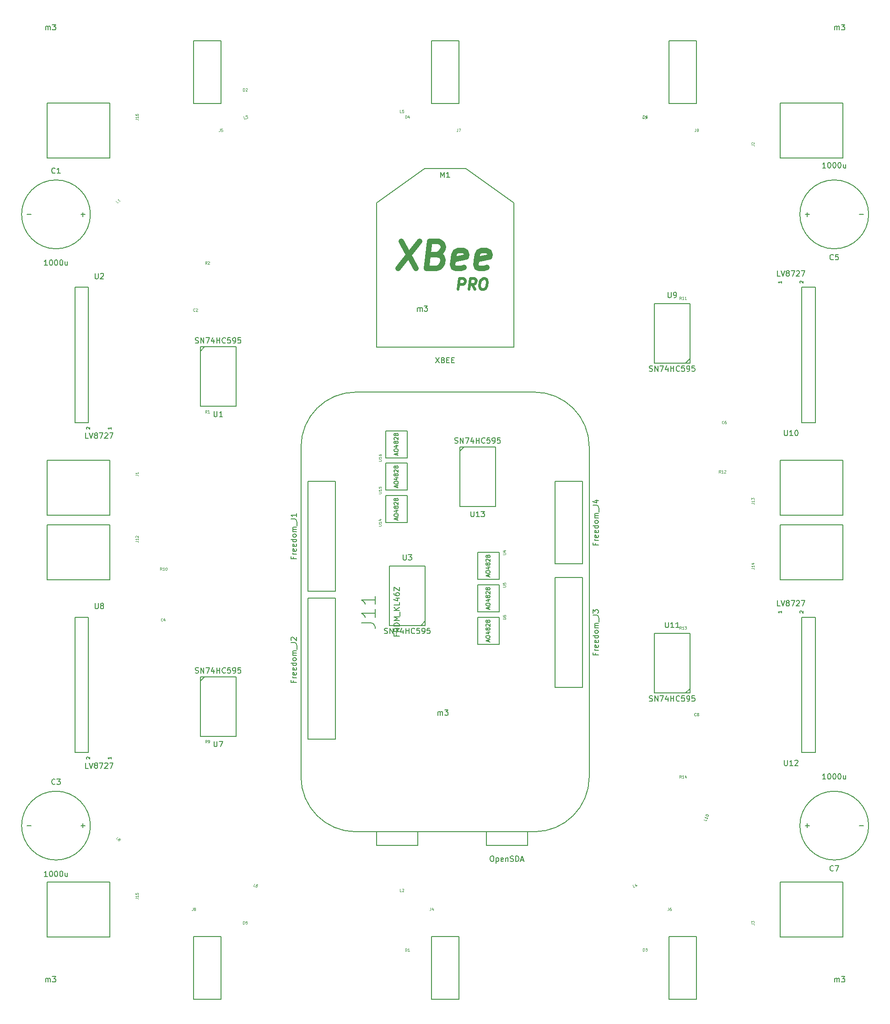
<source format=gto>
G04 (created by PCBNEW (2013-07-07 BZR 4022)-stable) date 8/26/2014 20:30:28*
%MOIN*%
G04 Gerber Fmt 3.4, Leading zero omitted, Abs format*
%FSLAX34Y34*%
G01*
G70*
G90*
G04 APERTURE LIST*
%ADD10C,0.00590551*%
%ADD11C,0.0047*%
%ADD12C,0.019685*%
%ADD13C,0.0393701*%
G04 APERTURE END LIST*
G54D10*
X83389Y-33460D02*
X80389Y-33460D01*
X86889Y-35960D02*
X83389Y-33460D01*
X76889Y-35960D02*
X80389Y-33460D01*
X76889Y-46460D02*
X76889Y-35960D01*
X86889Y-46460D02*
X76889Y-46460D01*
X86889Y-35960D02*
X86889Y-46460D01*
X64370Y-70472D02*
X64055Y-70787D01*
X66653Y-70472D02*
X66653Y-74803D01*
X66653Y-74803D02*
X64055Y-74803D01*
X64055Y-74803D02*
X64055Y-70472D01*
X64055Y-70472D02*
X66653Y-70472D01*
X83267Y-53740D02*
X82952Y-54055D01*
X85551Y-53740D02*
X85551Y-58070D01*
X85551Y-58070D02*
X82952Y-58070D01*
X82952Y-58070D02*
X82952Y-53740D01*
X82952Y-53740D02*
X85551Y-53740D01*
X99409Y-71653D02*
X99724Y-71338D01*
X97125Y-71653D02*
X97125Y-67322D01*
X97125Y-67322D02*
X99724Y-67322D01*
X99724Y-67322D02*
X99724Y-71653D01*
X99724Y-71653D02*
X97125Y-71653D01*
X80118Y-66732D02*
X80433Y-66417D01*
X77834Y-66732D02*
X77834Y-62401D01*
X77834Y-62401D02*
X80433Y-62401D01*
X80433Y-62401D02*
X80433Y-66732D01*
X80433Y-66732D02*
X77834Y-66732D01*
X99409Y-47637D02*
X99724Y-47322D01*
X97125Y-47637D02*
X97125Y-43307D01*
X97125Y-43307D02*
X99724Y-43307D01*
X99724Y-43307D02*
X99724Y-47637D01*
X99724Y-47637D02*
X97125Y-47637D01*
X64370Y-46456D02*
X64055Y-46771D01*
X66653Y-46456D02*
X66653Y-50787D01*
X66653Y-50787D02*
X64055Y-50787D01*
X64055Y-50787D02*
X64055Y-46456D01*
X64055Y-46456D02*
X66653Y-46456D01*
X55905Y-51968D02*
X54921Y-51968D01*
X54921Y-51968D02*
X54921Y-42125D01*
X54921Y-42125D02*
X55905Y-42125D01*
X55905Y-42125D02*
X55905Y-51968D01*
X55905Y-75984D02*
X54921Y-75984D01*
X54921Y-75984D02*
X54921Y-66141D01*
X54921Y-66141D02*
X55905Y-66141D01*
X55905Y-66141D02*
X55905Y-75984D01*
X107874Y-42125D02*
X108858Y-42125D01*
X108858Y-42125D02*
X108858Y-51968D01*
X108858Y-51968D02*
X107874Y-51968D01*
X107874Y-51968D02*
X107874Y-42125D01*
X107874Y-66141D02*
X108858Y-66141D01*
X108858Y-66141D02*
X108858Y-75984D01*
X108858Y-75984D02*
X107874Y-75984D01*
X107874Y-75984D02*
X107874Y-66141D01*
X71889Y-64748D02*
X73889Y-64748D01*
X73889Y-64748D02*
X73889Y-74998D01*
X73889Y-74998D02*
X71889Y-74998D01*
X71889Y-74998D02*
X71889Y-64748D01*
X71889Y-64248D02*
X73889Y-64248D01*
X73889Y-64248D02*
X73889Y-56248D01*
X73889Y-56248D02*
X71889Y-56248D01*
X71889Y-56248D02*
X71889Y-64248D01*
X89889Y-63248D02*
X91889Y-63248D01*
X91889Y-63248D02*
X91889Y-71248D01*
X91889Y-71248D02*
X89889Y-71248D01*
X89889Y-71248D02*
X89889Y-63248D01*
X89889Y-62248D02*
X89889Y-56248D01*
X89889Y-56248D02*
X91889Y-56248D01*
X91889Y-56248D02*
X91889Y-62248D01*
X91889Y-62248D02*
X89889Y-62248D01*
X79889Y-81748D02*
X79889Y-82748D01*
X79889Y-82748D02*
X76889Y-82748D01*
X76889Y-82748D02*
X76889Y-81748D01*
X87889Y-81748D02*
X87889Y-82748D01*
X87889Y-82748D02*
X84889Y-82748D01*
X84889Y-82748D02*
X84889Y-81748D01*
X75389Y-81748D02*
X88389Y-81748D01*
X92389Y-53748D02*
X92389Y-77748D01*
X75389Y-49748D02*
X88389Y-49748D01*
X71389Y-77748D02*
X71389Y-53748D01*
X88389Y-81748D02*
G75*
G03X92389Y-77748I0J4000D01*
G74*
G01*
X71389Y-77748D02*
G75*
G03X75389Y-81748I4000J0D01*
G74*
G01*
X75389Y-49748D02*
G75*
G03X71389Y-53748I0J-4000D01*
G74*
G01*
X92389Y-53748D02*
G75*
G03X88389Y-49748I-4000J0D01*
G74*
G01*
X77559Y-54527D02*
X77559Y-52559D01*
X79133Y-54527D02*
X79133Y-52559D01*
X77559Y-52559D02*
X79133Y-52559D01*
X77559Y-54527D02*
X79133Y-54527D01*
X85826Y-61417D02*
X85826Y-63385D01*
X84251Y-61417D02*
X84251Y-63385D01*
X85826Y-63385D02*
X84251Y-63385D01*
X85826Y-61417D02*
X84251Y-61417D01*
X85826Y-63779D02*
X85826Y-65748D01*
X84251Y-63779D02*
X84251Y-65748D01*
X85826Y-65748D02*
X84251Y-65748D01*
X85826Y-63779D02*
X84251Y-63779D01*
X77559Y-56889D02*
X77559Y-54921D01*
X79133Y-56889D02*
X79133Y-54921D01*
X77559Y-54921D02*
X79133Y-54921D01*
X77559Y-56889D02*
X79133Y-56889D01*
X77559Y-59251D02*
X77559Y-57283D01*
X79133Y-59251D02*
X79133Y-57283D01*
X77559Y-57283D02*
X79133Y-57283D01*
X77559Y-59251D02*
X79133Y-59251D01*
X85826Y-66141D02*
X85826Y-68110D01*
X84251Y-66141D02*
X84251Y-68110D01*
X85826Y-68110D02*
X84251Y-68110D01*
X85826Y-66141D02*
X84251Y-66141D01*
X106299Y-63417D02*
X110866Y-63417D01*
X106299Y-59417D02*
X110866Y-59417D01*
X110866Y-63417D02*
X110866Y-59417D01*
X106299Y-63417D02*
X106299Y-59417D01*
X57480Y-85401D02*
X52913Y-85401D01*
X57480Y-89401D02*
X52913Y-89401D01*
X52913Y-85401D02*
X52913Y-89401D01*
X57480Y-85401D02*
X57480Y-89401D01*
X106299Y-89401D02*
X110866Y-89401D01*
X106299Y-85401D02*
X110866Y-85401D01*
X110866Y-89401D02*
X110866Y-85401D01*
X106299Y-89401D02*
X106299Y-85401D01*
X106299Y-32708D02*
X110866Y-32708D01*
X106299Y-28708D02*
X110866Y-28708D01*
X110866Y-32708D02*
X110866Y-28708D01*
X106299Y-32708D02*
X106299Y-28708D01*
X106299Y-58692D02*
X110866Y-58692D01*
X106299Y-54692D02*
X110866Y-54692D01*
X110866Y-58692D02*
X110866Y-54692D01*
X106299Y-58692D02*
X106299Y-54692D01*
X57480Y-28708D02*
X52913Y-28708D01*
X57480Y-32708D02*
X52913Y-32708D01*
X52913Y-28708D02*
X52913Y-32708D01*
X57480Y-28708D02*
X57480Y-32708D01*
X57480Y-54692D02*
X52913Y-54692D01*
X57480Y-58692D02*
X52913Y-58692D01*
X52913Y-54692D02*
X52913Y-58692D01*
X57480Y-54692D02*
X57480Y-58692D01*
X57480Y-59417D02*
X52913Y-59417D01*
X57480Y-63417D02*
X52913Y-63417D01*
X52913Y-59417D02*
X52913Y-63417D01*
X57480Y-59417D02*
X57480Y-63417D01*
X80889Y-89370D02*
X80889Y-93937D01*
X82889Y-89370D02*
X82889Y-93937D01*
X80889Y-93937D02*
X82889Y-93937D01*
X80889Y-89370D02*
X82889Y-89370D01*
X65566Y-28740D02*
X65566Y-24173D01*
X63566Y-28740D02*
X63566Y-24173D01*
X65566Y-24173D02*
X63566Y-24173D01*
X65566Y-28740D02*
X63566Y-28740D01*
X98212Y-89370D02*
X98212Y-93937D01*
X100212Y-89370D02*
X100212Y-93937D01*
X98212Y-93937D02*
X100212Y-93937D01*
X98212Y-89370D02*
X100212Y-89370D01*
X82889Y-28740D02*
X82889Y-24173D01*
X80889Y-28740D02*
X80889Y-24173D01*
X82889Y-24173D02*
X80889Y-24173D01*
X82889Y-28740D02*
X80889Y-28740D01*
X63566Y-89370D02*
X63566Y-93937D01*
X65566Y-89370D02*
X65566Y-93937D01*
X63566Y-93937D02*
X65566Y-93937D01*
X63566Y-89370D02*
X65566Y-89370D01*
X100212Y-28740D02*
X100212Y-24173D01*
X98212Y-28740D02*
X98212Y-24173D01*
X100212Y-24173D02*
X98212Y-24173D01*
X100212Y-28740D02*
X98212Y-28740D01*
X112741Y-81299D02*
G75*
G03X112741Y-81299I-2505J0D01*
G74*
G01*
X56048Y-81299D02*
G75*
G03X56048Y-81299I-2505J0D01*
G74*
G01*
X56048Y-36811D02*
G75*
G03X56048Y-36811I-2505J0D01*
G74*
G01*
X112741Y-36811D02*
G75*
G03X112741Y-36811I-2505J0D01*
G74*
G01*
G54D11*
X101959Y-55630D02*
X101894Y-55537D01*
X101847Y-55630D02*
X101847Y-55433D01*
X101922Y-55433D01*
X101941Y-55443D01*
X101950Y-55452D01*
X101959Y-55471D01*
X101959Y-55499D01*
X101950Y-55518D01*
X101941Y-55527D01*
X101922Y-55537D01*
X101847Y-55537D01*
X102147Y-55630D02*
X102035Y-55630D01*
X102091Y-55630D02*
X102091Y-55433D01*
X102072Y-55462D01*
X102053Y-55480D01*
X102035Y-55490D01*
X102222Y-55452D02*
X102232Y-55443D01*
X102250Y-55433D01*
X102297Y-55433D01*
X102316Y-55443D01*
X102325Y-55452D01*
X102335Y-55471D01*
X102335Y-55490D01*
X102325Y-55518D01*
X102213Y-55630D01*
X102335Y-55630D01*
X99085Y-42993D02*
X99020Y-42899D01*
X98973Y-42993D02*
X98973Y-42796D01*
X99048Y-42796D01*
X99067Y-42805D01*
X99076Y-42814D01*
X99085Y-42833D01*
X99085Y-42861D01*
X99076Y-42880D01*
X99067Y-42889D01*
X99048Y-42899D01*
X98973Y-42899D01*
X99273Y-42993D02*
X99161Y-42993D01*
X99217Y-42993D02*
X99217Y-42796D01*
X99198Y-42824D01*
X99179Y-42843D01*
X99161Y-42852D01*
X99461Y-42993D02*
X99348Y-42993D01*
X99404Y-42993D02*
X99404Y-42796D01*
X99386Y-42824D01*
X99367Y-42843D01*
X99348Y-42852D01*
X61251Y-62717D02*
X61185Y-62623D01*
X61138Y-62717D02*
X61138Y-62520D01*
X61213Y-62520D01*
X61232Y-62529D01*
X61241Y-62539D01*
X61251Y-62558D01*
X61251Y-62586D01*
X61241Y-62604D01*
X61232Y-62614D01*
X61213Y-62623D01*
X61138Y-62623D01*
X61438Y-62717D02*
X61326Y-62717D01*
X61382Y-62717D02*
X61382Y-62520D01*
X61363Y-62548D01*
X61345Y-62567D01*
X61326Y-62576D01*
X61560Y-62520D02*
X61579Y-62520D01*
X61598Y-62529D01*
X61607Y-62539D01*
X61617Y-62558D01*
X61626Y-62595D01*
X61626Y-62642D01*
X61617Y-62680D01*
X61607Y-62698D01*
X61598Y-62708D01*
X61579Y-62717D01*
X61560Y-62717D01*
X61542Y-62708D01*
X61532Y-62698D01*
X61523Y-62680D01*
X61513Y-62642D01*
X61513Y-62595D01*
X61523Y-62558D01*
X61532Y-62539D01*
X61542Y-62529D01*
X61560Y-62520D01*
X64534Y-75276D02*
X64468Y-75182D01*
X64421Y-75276D02*
X64421Y-75079D01*
X64496Y-75079D01*
X64515Y-75088D01*
X64524Y-75098D01*
X64534Y-75117D01*
X64534Y-75145D01*
X64524Y-75164D01*
X64515Y-75173D01*
X64496Y-75182D01*
X64421Y-75182D01*
X64627Y-75276D02*
X64665Y-75276D01*
X64684Y-75267D01*
X64693Y-75257D01*
X64712Y-75229D01*
X64721Y-75192D01*
X64721Y-75117D01*
X64712Y-75098D01*
X64702Y-75088D01*
X64684Y-75079D01*
X64646Y-75079D01*
X64627Y-75088D01*
X64618Y-75098D01*
X64609Y-75117D01*
X64609Y-75164D01*
X64618Y-75182D01*
X64627Y-75192D01*
X64646Y-75201D01*
X64684Y-75201D01*
X64702Y-75192D01*
X64712Y-75182D01*
X64721Y-75164D01*
X99085Y-77835D02*
X99020Y-77741D01*
X98973Y-77835D02*
X98973Y-77638D01*
X99048Y-77638D01*
X99067Y-77648D01*
X99076Y-77657D01*
X99085Y-77676D01*
X99085Y-77704D01*
X99076Y-77723D01*
X99067Y-77732D01*
X99048Y-77741D01*
X98973Y-77741D01*
X99273Y-77835D02*
X99161Y-77835D01*
X99217Y-77835D02*
X99217Y-77638D01*
X99198Y-77666D01*
X99179Y-77685D01*
X99161Y-77694D01*
X99442Y-77704D02*
X99442Y-77835D01*
X99395Y-77629D02*
X99348Y-77769D01*
X99470Y-77769D01*
X99085Y-67008D02*
X99020Y-66915D01*
X98973Y-67008D02*
X98973Y-66811D01*
X99048Y-66811D01*
X99067Y-66821D01*
X99076Y-66830D01*
X99085Y-66849D01*
X99085Y-66877D01*
X99076Y-66896D01*
X99067Y-66905D01*
X99048Y-66915D01*
X98973Y-66915D01*
X99273Y-67008D02*
X99161Y-67008D01*
X99217Y-67008D02*
X99217Y-66811D01*
X99198Y-66840D01*
X99179Y-66858D01*
X99161Y-66868D01*
X99339Y-66811D02*
X99461Y-66811D01*
X99395Y-66886D01*
X99423Y-66886D01*
X99442Y-66896D01*
X99451Y-66905D01*
X99461Y-66924D01*
X99461Y-66971D01*
X99451Y-66990D01*
X99442Y-66999D01*
X99423Y-67008D01*
X99367Y-67008D01*
X99348Y-66999D01*
X99339Y-66990D01*
X64534Y-40434D02*
X64468Y-40340D01*
X64421Y-40434D02*
X64421Y-40237D01*
X64496Y-40237D01*
X64515Y-40246D01*
X64524Y-40255D01*
X64534Y-40274D01*
X64534Y-40302D01*
X64524Y-40321D01*
X64515Y-40330D01*
X64496Y-40340D01*
X64421Y-40340D01*
X64609Y-40255D02*
X64618Y-40246D01*
X64637Y-40237D01*
X64684Y-40237D01*
X64702Y-40246D01*
X64712Y-40255D01*
X64721Y-40274D01*
X64721Y-40293D01*
X64712Y-40321D01*
X64599Y-40434D01*
X64721Y-40434D01*
X64534Y-51260D02*
X64468Y-51167D01*
X64421Y-51260D02*
X64421Y-51063D01*
X64496Y-51063D01*
X64515Y-51073D01*
X64524Y-51082D01*
X64534Y-51101D01*
X64534Y-51129D01*
X64524Y-51148D01*
X64515Y-51157D01*
X64496Y-51167D01*
X64421Y-51167D01*
X64721Y-51260D02*
X64609Y-51260D01*
X64665Y-51260D02*
X64665Y-51063D01*
X64646Y-51091D01*
X64627Y-51110D01*
X64609Y-51120D01*
G54D10*
X81571Y-34119D02*
X81571Y-33726D01*
X81702Y-34007D01*
X81833Y-33726D01*
X81833Y-34119D01*
X82227Y-34119D02*
X82002Y-34119D01*
X82114Y-34119D02*
X82114Y-33726D01*
X82077Y-33782D01*
X82039Y-33820D01*
X82002Y-33838D01*
X81205Y-47226D02*
X81467Y-47619D01*
X81467Y-47226D02*
X81205Y-47619D01*
X81749Y-47413D02*
X81805Y-47432D01*
X81824Y-47451D01*
X81842Y-47488D01*
X81842Y-47544D01*
X81824Y-47582D01*
X81805Y-47601D01*
X81767Y-47619D01*
X81617Y-47619D01*
X81617Y-47226D01*
X81749Y-47226D01*
X81786Y-47245D01*
X81805Y-47263D01*
X81824Y-47301D01*
X81824Y-47338D01*
X81805Y-47376D01*
X81786Y-47395D01*
X81749Y-47413D01*
X81617Y-47413D01*
X82011Y-47413D02*
X82142Y-47413D01*
X82199Y-47619D02*
X82011Y-47619D01*
X82011Y-47226D01*
X82199Y-47226D01*
X82367Y-47413D02*
X82499Y-47413D01*
X82555Y-47619D02*
X82367Y-47619D01*
X82367Y-47226D01*
X82555Y-47226D01*
G54D12*
X82837Y-42279D02*
X82935Y-41491D01*
X83235Y-41491D01*
X83306Y-41529D01*
X83339Y-41566D01*
X83367Y-41641D01*
X83353Y-41754D01*
X83306Y-41829D01*
X83264Y-41866D01*
X83184Y-41904D01*
X82884Y-41904D01*
X84074Y-42279D02*
X83859Y-41904D01*
X83624Y-42279D02*
X83723Y-41491D01*
X84023Y-41491D01*
X84093Y-41529D01*
X84126Y-41566D01*
X84154Y-41641D01*
X84140Y-41754D01*
X84093Y-41829D01*
X84051Y-41866D01*
X83971Y-41904D01*
X83671Y-41904D01*
X84660Y-41491D02*
X84810Y-41491D01*
X84881Y-41529D01*
X84946Y-41604D01*
X84965Y-41754D01*
X84932Y-42016D01*
X84876Y-42166D01*
X84791Y-42241D01*
X84712Y-42279D01*
X84562Y-42279D01*
X84492Y-42241D01*
X84426Y-42166D01*
X84407Y-42016D01*
X84440Y-41754D01*
X84496Y-41604D01*
X84581Y-41529D01*
X84660Y-41491D01*
G54D13*
X78708Y-38788D02*
X79774Y-40757D01*
X80020Y-38788D02*
X78462Y-40757D01*
X81309Y-39726D02*
X81579Y-39820D01*
X81661Y-39913D01*
X81731Y-40101D01*
X81696Y-40382D01*
X81579Y-40569D01*
X81473Y-40663D01*
X81274Y-40757D01*
X80524Y-40757D01*
X80770Y-38788D01*
X81426Y-38788D01*
X81602Y-38882D01*
X81684Y-38976D01*
X81755Y-39163D01*
X81731Y-39351D01*
X81614Y-39538D01*
X81508Y-39632D01*
X81309Y-39726D01*
X80653Y-39726D01*
X83254Y-40663D02*
X83055Y-40757D01*
X82680Y-40757D01*
X82504Y-40663D01*
X82434Y-40476D01*
X82528Y-39726D01*
X82645Y-39538D01*
X82844Y-39445D01*
X83219Y-39445D01*
X83395Y-39538D01*
X83465Y-39726D01*
X83442Y-39913D01*
X82481Y-40101D01*
X84942Y-40663D02*
X84742Y-40757D01*
X84367Y-40757D01*
X84192Y-40663D01*
X84121Y-40476D01*
X84215Y-39726D01*
X84332Y-39538D01*
X84532Y-39445D01*
X84906Y-39445D01*
X85082Y-39538D01*
X85153Y-39726D01*
X85129Y-39913D01*
X84168Y-40101D01*
G54D10*
X65054Y-75159D02*
X65054Y-75478D01*
X65073Y-75515D01*
X65091Y-75534D01*
X65129Y-75553D01*
X65204Y-75553D01*
X65241Y-75534D01*
X65260Y-75515D01*
X65279Y-75478D01*
X65279Y-75159D01*
X65429Y-75159D02*
X65691Y-75159D01*
X65523Y-75553D01*
X63695Y-70179D02*
X63751Y-70198D01*
X63845Y-70198D01*
X63882Y-70179D01*
X63901Y-70161D01*
X63920Y-70123D01*
X63920Y-70086D01*
X63901Y-70048D01*
X63882Y-70029D01*
X63845Y-70011D01*
X63770Y-69992D01*
X63732Y-69973D01*
X63713Y-69955D01*
X63695Y-69917D01*
X63695Y-69880D01*
X63713Y-69842D01*
X63732Y-69823D01*
X63770Y-69805D01*
X63863Y-69805D01*
X63920Y-69823D01*
X64088Y-70198D02*
X64088Y-69805D01*
X64313Y-70198D01*
X64313Y-69805D01*
X64463Y-69805D02*
X64726Y-69805D01*
X64557Y-70198D01*
X65044Y-69936D02*
X65044Y-70198D01*
X64951Y-69786D02*
X64857Y-70067D01*
X65101Y-70067D01*
X65251Y-70198D02*
X65251Y-69805D01*
X65251Y-69992D02*
X65476Y-69992D01*
X65476Y-70198D02*
X65476Y-69805D01*
X65888Y-70161D02*
X65869Y-70179D01*
X65813Y-70198D01*
X65776Y-70198D01*
X65719Y-70179D01*
X65682Y-70142D01*
X65663Y-70104D01*
X65644Y-70029D01*
X65644Y-69973D01*
X65663Y-69898D01*
X65682Y-69861D01*
X65719Y-69823D01*
X65776Y-69805D01*
X65813Y-69805D01*
X65869Y-69823D01*
X65888Y-69842D01*
X66244Y-69805D02*
X66057Y-69805D01*
X66038Y-69992D01*
X66057Y-69973D01*
X66094Y-69955D01*
X66188Y-69955D01*
X66226Y-69973D01*
X66244Y-69992D01*
X66263Y-70029D01*
X66263Y-70123D01*
X66244Y-70161D01*
X66226Y-70179D01*
X66188Y-70198D01*
X66094Y-70198D01*
X66057Y-70179D01*
X66038Y-70161D01*
X66451Y-70198D02*
X66526Y-70198D01*
X66563Y-70179D01*
X66582Y-70161D01*
X66619Y-70104D01*
X66638Y-70029D01*
X66638Y-69880D01*
X66619Y-69842D01*
X66601Y-69823D01*
X66563Y-69805D01*
X66488Y-69805D01*
X66451Y-69823D01*
X66432Y-69842D01*
X66413Y-69880D01*
X66413Y-69973D01*
X66432Y-70011D01*
X66451Y-70029D01*
X66488Y-70048D01*
X66563Y-70048D01*
X66601Y-70029D01*
X66619Y-70011D01*
X66638Y-69973D01*
X66994Y-69805D02*
X66807Y-69805D01*
X66788Y-69992D01*
X66807Y-69973D01*
X66844Y-69955D01*
X66938Y-69955D01*
X66976Y-69973D01*
X66994Y-69992D01*
X67013Y-70029D01*
X67013Y-70123D01*
X66994Y-70161D01*
X66976Y-70179D01*
X66938Y-70198D01*
X66844Y-70198D01*
X66807Y-70179D01*
X66788Y-70161D01*
X83764Y-58427D02*
X83764Y-58745D01*
X83783Y-58783D01*
X83802Y-58802D01*
X83839Y-58820D01*
X83914Y-58820D01*
X83952Y-58802D01*
X83970Y-58783D01*
X83989Y-58745D01*
X83989Y-58427D01*
X84383Y-58820D02*
X84158Y-58820D01*
X84270Y-58820D02*
X84270Y-58427D01*
X84233Y-58483D01*
X84195Y-58520D01*
X84158Y-58539D01*
X84514Y-58427D02*
X84758Y-58427D01*
X84626Y-58577D01*
X84683Y-58577D01*
X84720Y-58595D01*
X84739Y-58614D01*
X84758Y-58652D01*
X84758Y-58745D01*
X84739Y-58783D01*
X84720Y-58802D01*
X84683Y-58820D01*
X84570Y-58820D01*
X84533Y-58802D01*
X84514Y-58783D01*
X82592Y-53447D02*
X82649Y-53466D01*
X82742Y-53466D01*
X82780Y-53447D01*
X82799Y-53428D01*
X82817Y-53391D01*
X82817Y-53353D01*
X82799Y-53316D01*
X82780Y-53297D01*
X82742Y-53278D01*
X82667Y-53260D01*
X82630Y-53241D01*
X82611Y-53222D01*
X82592Y-53185D01*
X82592Y-53147D01*
X82611Y-53110D01*
X82630Y-53091D01*
X82667Y-53072D01*
X82761Y-53072D01*
X82817Y-53091D01*
X82986Y-53466D02*
X82986Y-53072D01*
X83211Y-53466D01*
X83211Y-53072D01*
X83361Y-53072D02*
X83623Y-53072D01*
X83455Y-53466D01*
X83942Y-53203D02*
X83942Y-53466D01*
X83848Y-53053D02*
X83755Y-53335D01*
X83998Y-53335D01*
X84148Y-53466D02*
X84148Y-53072D01*
X84148Y-53260D02*
X84373Y-53260D01*
X84373Y-53466D02*
X84373Y-53072D01*
X84786Y-53428D02*
X84767Y-53447D01*
X84711Y-53466D01*
X84673Y-53466D01*
X84617Y-53447D01*
X84580Y-53410D01*
X84561Y-53372D01*
X84542Y-53297D01*
X84542Y-53241D01*
X84561Y-53166D01*
X84580Y-53128D01*
X84617Y-53091D01*
X84673Y-53072D01*
X84711Y-53072D01*
X84767Y-53091D01*
X84786Y-53110D01*
X85142Y-53072D02*
X84955Y-53072D01*
X84936Y-53260D01*
X84955Y-53241D01*
X84992Y-53222D01*
X85086Y-53222D01*
X85123Y-53241D01*
X85142Y-53260D01*
X85161Y-53297D01*
X85161Y-53391D01*
X85142Y-53428D01*
X85123Y-53447D01*
X85086Y-53466D01*
X84992Y-53466D01*
X84955Y-53447D01*
X84936Y-53428D01*
X85348Y-53466D02*
X85423Y-53466D01*
X85461Y-53447D01*
X85479Y-53428D01*
X85517Y-53372D01*
X85536Y-53297D01*
X85536Y-53147D01*
X85517Y-53110D01*
X85498Y-53091D01*
X85461Y-53072D01*
X85386Y-53072D01*
X85348Y-53091D01*
X85329Y-53110D01*
X85311Y-53147D01*
X85311Y-53241D01*
X85329Y-53278D01*
X85348Y-53297D01*
X85386Y-53316D01*
X85461Y-53316D01*
X85498Y-53297D01*
X85517Y-53278D01*
X85536Y-53241D01*
X85892Y-53072D02*
X85704Y-53072D01*
X85686Y-53260D01*
X85704Y-53241D01*
X85742Y-53222D01*
X85836Y-53222D01*
X85873Y-53241D01*
X85892Y-53260D01*
X85911Y-53297D01*
X85911Y-53391D01*
X85892Y-53428D01*
X85873Y-53447D01*
X85836Y-53466D01*
X85742Y-53466D01*
X85704Y-53447D01*
X85686Y-53428D01*
X97937Y-66497D02*
X97937Y-66816D01*
X97956Y-66854D01*
X97975Y-66872D01*
X98012Y-66891D01*
X98087Y-66891D01*
X98125Y-66872D01*
X98143Y-66854D01*
X98162Y-66816D01*
X98162Y-66497D01*
X98556Y-66891D02*
X98331Y-66891D01*
X98443Y-66891D02*
X98443Y-66497D01*
X98406Y-66554D01*
X98368Y-66591D01*
X98331Y-66610D01*
X98931Y-66891D02*
X98706Y-66891D01*
X98818Y-66891D02*
X98818Y-66497D01*
X98781Y-66554D01*
X98743Y-66591D01*
X98706Y-66610D01*
X96766Y-72227D02*
X96822Y-72245D01*
X96916Y-72245D01*
X96953Y-72227D01*
X96972Y-72208D01*
X96991Y-72170D01*
X96991Y-72133D01*
X96972Y-72095D01*
X96953Y-72077D01*
X96916Y-72058D01*
X96841Y-72039D01*
X96803Y-72020D01*
X96784Y-72002D01*
X96766Y-71964D01*
X96766Y-71927D01*
X96784Y-71889D01*
X96803Y-71871D01*
X96841Y-71852D01*
X96934Y-71852D01*
X96991Y-71871D01*
X97159Y-72245D02*
X97159Y-71852D01*
X97384Y-72245D01*
X97384Y-71852D01*
X97534Y-71852D02*
X97797Y-71852D01*
X97628Y-72245D01*
X98115Y-71983D02*
X98115Y-72245D01*
X98022Y-71833D02*
X97928Y-72114D01*
X98172Y-72114D01*
X98322Y-72245D02*
X98322Y-71852D01*
X98322Y-72039D02*
X98547Y-72039D01*
X98547Y-72245D02*
X98547Y-71852D01*
X98959Y-72208D02*
X98940Y-72227D01*
X98884Y-72245D01*
X98847Y-72245D01*
X98790Y-72227D01*
X98753Y-72189D01*
X98734Y-72152D01*
X98715Y-72077D01*
X98715Y-72020D01*
X98734Y-71946D01*
X98753Y-71908D01*
X98790Y-71871D01*
X98847Y-71852D01*
X98884Y-71852D01*
X98940Y-71871D01*
X98959Y-71889D01*
X99315Y-71852D02*
X99128Y-71852D01*
X99109Y-72039D01*
X99128Y-72020D01*
X99165Y-72002D01*
X99259Y-72002D01*
X99296Y-72020D01*
X99315Y-72039D01*
X99334Y-72077D01*
X99334Y-72170D01*
X99315Y-72208D01*
X99296Y-72227D01*
X99259Y-72245D01*
X99165Y-72245D01*
X99128Y-72227D01*
X99109Y-72208D01*
X99521Y-72245D02*
X99596Y-72245D01*
X99634Y-72227D01*
X99653Y-72208D01*
X99690Y-72152D01*
X99709Y-72077D01*
X99709Y-71927D01*
X99690Y-71889D01*
X99671Y-71871D01*
X99634Y-71852D01*
X99559Y-71852D01*
X99521Y-71871D01*
X99503Y-71889D01*
X99484Y-71927D01*
X99484Y-72020D01*
X99503Y-72058D01*
X99521Y-72077D01*
X99559Y-72095D01*
X99634Y-72095D01*
X99671Y-72077D01*
X99690Y-72058D01*
X99709Y-72020D01*
X100065Y-71852D02*
X99878Y-71852D01*
X99859Y-72039D01*
X99878Y-72020D01*
X99915Y-72002D01*
X100009Y-72002D01*
X100046Y-72020D01*
X100065Y-72039D01*
X100084Y-72077D01*
X100084Y-72170D01*
X100065Y-72208D01*
X100046Y-72227D01*
X100009Y-72245D01*
X99915Y-72245D01*
X99878Y-72227D01*
X99859Y-72208D01*
X78833Y-61576D02*
X78833Y-61895D01*
X78852Y-61932D01*
X78871Y-61951D01*
X78908Y-61970D01*
X78983Y-61970D01*
X79021Y-61951D01*
X79040Y-61932D01*
X79058Y-61895D01*
X79058Y-61576D01*
X79208Y-61576D02*
X79452Y-61576D01*
X79321Y-61726D01*
X79377Y-61726D01*
X79415Y-61745D01*
X79433Y-61764D01*
X79452Y-61801D01*
X79452Y-61895D01*
X79433Y-61932D01*
X79415Y-61951D01*
X79377Y-61970D01*
X79265Y-61970D01*
X79227Y-61951D01*
X79208Y-61932D01*
X77474Y-67305D02*
X77530Y-67324D01*
X77624Y-67324D01*
X77662Y-67305D01*
X77680Y-67287D01*
X77699Y-67249D01*
X77699Y-67212D01*
X77680Y-67174D01*
X77662Y-67155D01*
X77624Y-67137D01*
X77549Y-67118D01*
X77512Y-67099D01*
X77493Y-67080D01*
X77474Y-67043D01*
X77474Y-67005D01*
X77493Y-66968D01*
X77512Y-66949D01*
X77549Y-66931D01*
X77643Y-66931D01*
X77699Y-66949D01*
X77868Y-67324D02*
X77868Y-66931D01*
X78093Y-67324D01*
X78093Y-66931D01*
X78243Y-66931D02*
X78505Y-66931D01*
X78337Y-67324D01*
X78824Y-67062D02*
X78824Y-67324D01*
X78730Y-66912D02*
X78637Y-67193D01*
X78880Y-67193D01*
X79030Y-67324D02*
X79030Y-66931D01*
X79030Y-67118D02*
X79255Y-67118D01*
X79255Y-67324D02*
X79255Y-66931D01*
X79668Y-67287D02*
X79649Y-67305D01*
X79593Y-67324D01*
X79555Y-67324D01*
X79499Y-67305D01*
X79461Y-67268D01*
X79443Y-67230D01*
X79424Y-67155D01*
X79424Y-67099D01*
X79443Y-67024D01*
X79461Y-66987D01*
X79499Y-66949D01*
X79555Y-66931D01*
X79593Y-66931D01*
X79649Y-66949D01*
X79668Y-66968D01*
X80024Y-66931D02*
X79836Y-66931D01*
X79818Y-67118D01*
X79836Y-67099D01*
X79874Y-67080D01*
X79968Y-67080D01*
X80005Y-67099D01*
X80024Y-67118D01*
X80043Y-67155D01*
X80043Y-67249D01*
X80024Y-67287D01*
X80005Y-67305D01*
X79968Y-67324D01*
X79874Y-67324D01*
X79836Y-67305D01*
X79818Y-67287D01*
X80230Y-67324D02*
X80305Y-67324D01*
X80343Y-67305D01*
X80361Y-67287D01*
X80399Y-67230D01*
X80418Y-67155D01*
X80418Y-67005D01*
X80399Y-66968D01*
X80380Y-66949D01*
X80343Y-66931D01*
X80268Y-66931D01*
X80230Y-66949D01*
X80211Y-66968D01*
X80193Y-67005D01*
X80193Y-67099D01*
X80211Y-67137D01*
X80230Y-67155D01*
X80268Y-67174D01*
X80343Y-67174D01*
X80380Y-67155D01*
X80399Y-67137D01*
X80418Y-67099D01*
X80774Y-66931D02*
X80586Y-66931D01*
X80568Y-67118D01*
X80586Y-67099D01*
X80624Y-67080D01*
X80718Y-67080D01*
X80755Y-67099D01*
X80774Y-67118D01*
X80793Y-67155D01*
X80793Y-67249D01*
X80774Y-67287D01*
X80755Y-67305D01*
X80718Y-67324D01*
X80624Y-67324D01*
X80586Y-67305D01*
X80568Y-67287D01*
X98125Y-42482D02*
X98125Y-42800D01*
X98143Y-42838D01*
X98162Y-42857D01*
X98200Y-42875D01*
X98275Y-42875D01*
X98312Y-42857D01*
X98331Y-42838D01*
X98350Y-42800D01*
X98350Y-42482D01*
X98556Y-42875D02*
X98631Y-42875D01*
X98668Y-42857D01*
X98687Y-42838D01*
X98725Y-42782D01*
X98743Y-42707D01*
X98743Y-42557D01*
X98725Y-42519D01*
X98706Y-42500D01*
X98668Y-42482D01*
X98593Y-42482D01*
X98556Y-42500D01*
X98537Y-42519D01*
X98518Y-42557D01*
X98518Y-42650D01*
X98537Y-42688D01*
X98556Y-42707D01*
X98593Y-42725D01*
X98668Y-42725D01*
X98706Y-42707D01*
X98725Y-42688D01*
X98743Y-42650D01*
X96766Y-48211D02*
X96822Y-48230D01*
X96916Y-48230D01*
X96953Y-48211D01*
X96972Y-48192D01*
X96991Y-48155D01*
X96991Y-48117D01*
X96972Y-48080D01*
X96953Y-48061D01*
X96916Y-48042D01*
X96841Y-48023D01*
X96803Y-48005D01*
X96784Y-47986D01*
X96766Y-47949D01*
X96766Y-47911D01*
X96784Y-47874D01*
X96803Y-47855D01*
X96841Y-47836D01*
X96934Y-47836D01*
X96991Y-47855D01*
X97159Y-48230D02*
X97159Y-47836D01*
X97384Y-48230D01*
X97384Y-47836D01*
X97534Y-47836D02*
X97797Y-47836D01*
X97628Y-48230D01*
X98115Y-47967D02*
X98115Y-48230D01*
X98022Y-47817D02*
X97928Y-48098D01*
X98172Y-48098D01*
X98322Y-48230D02*
X98322Y-47836D01*
X98322Y-48023D02*
X98547Y-48023D01*
X98547Y-48230D02*
X98547Y-47836D01*
X98959Y-48192D02*
X98940Y-48211D01*
X98884Y-48230D01*
X98847Y-48230D01*
X98790Y-48211D01*
X98753Y-48173D01*
X98734Y-48136D01*
X98715Y-48061D01*
X98715Y-48005D01*
X98734Y-47930D01*
X98753Y-47892D01*
X98790Y-47855D01*
X98847Y-47836D01*
X98884Y-47836D01*
X98940Y-47855D01*
X98959Y-47874D01*
X99315Y-47836D02*
X99128Y-47836D01*
X99109Y-48023D01*
X99128Y-48005D01*
X99165Y-47986D01*
X99259Y-47986D01*
X99296Y-48005D01*
X99315Y-48023D01*
X99334Y-48061D01*
X99334Y-48155D01*
X99315Y-48192D01*
X99296Y-48211D01*
X99259Y-48230D01*
X99165Y-48230D01*
X99128Y-48211D01*
X99109Y-48192D01*
X99521Y-48230D02*
X99596Y-48230D01*
X99634Y-48211D01*
X99653Y-48192D01*
X99690Y-48136D01*
X99709Y-48061D01*
X99709Y-47911D01*
X99690Y-47874D01*
X99671Y-47855D01*
X99634Y-47836D01*
X99559Y-47836D01*
X99521Y-47855D01*
X99503Y-47874D01*
X99484Y-47911D01*
X99484Y-48005D01*
X99503Y-48042D01*
X99521Y-48061D01*
X99559Y-48080D01*
X99634Y-48080D01*
X99671Y-48061D01*
X99690Y-48042D01*
X99709Y-48005D01*
X100065Y-47836D02*
X99878Y-47836D01*
X99859Y-48023D01*
X99878Y-48005D01*
X99915Y-47986D01*
X100009Y-47986D01*
X100046Y-48005D01*
X100065Y-48023D01*
X100084Y-48061D01*
X100084Y-48155D01*
X100065Y-48192D01*
X100046Y-48211D01*
X100009Y-48230D01*
X99915Y-48230D01*
X99878Y-48211D01*
X99859Y-48192D01*
X65054Y-51143D02*
X65054Y-51462D01*
X65073Y-51499D01*
X65091Y-51518D01*
X65129Y-51537D01*
X65204Y-51537D01*
X65241Y-51518D01*
X65260Y-51499D01*
X65279Y-51462D01*
X65279Y-51143D01*
X65673Y-51537D02*
X65448Y-51537D01*
X65560Y-51537D02*
X65560Y-51143D01*
X65523Y-51199D01*
X65485Y-51237D01*
X65448Y-51256D01*
X63695Y-46164D02*
X63751Y-46182D01*
X63845Y-46182D01*
X63882Y-46164D01*
X63901Y-46145D01*
X63920Y-46107D01*
X63920Y-46070D01*
X63901Y-46032D01*
X63882Y-46014D01*
X63845Y-45995D01*
X63770Y-45976D01*
X63732Y-45958D01*
X63713Y-45939D01*
X63695Y-45901D01*
X63695Y-45864D01*
X63713Y-45826D01*
X63732Y-45808D01*
X63770Y-45789D01*
X63863Y-45789D01*
X63920Y-45808D01*
X64088Y-46182D02*
X64088Y-45789D01*
X64313Y-46182D01*
X64313Y-45789D01*
X64463Y-45789D02*
X64726Y-45789D01*
X64557Y-46182D01*
X65044Y-45920D02*
X65044Y-46182D01*
X64951Y-45770D02*
X64857Y-46051D01*
X65101Y-46051D01*
X65251Y-46182D02*
X65251Y-45789D01*
X65251Y-45976D02*
X65476Y-45976D01*
X65476Y-46182D02*
X65476Y-45789D01*
X65888Y-46145D02*
X65869Y-46164D01*
X65813Y-46182D01*
X65776Y-46182D01*
X65719Y-46164D01*
X65682Y-46126D01*
X65663Y-46089D01*
X65644Y-46014D01*
X65644Y-45958D01*
X65663Y-45883D01*
X65682Y-45845D01*
X65719Y-45808D01*
X65776Y-45789D01*
X65813Y-45789D01*
X65869Y-45808D01*
X65888Y-45826D01*
X66244Y-45789D02*
X66057Y-45789D01*
X66038Y-45976D01*
X66057Y-45958D01*
X66094Y-45939D01*
X66188Y-45939D01*
X66226Y-45958D01*
X66244Y-45976D01*
X66263Y-46014D01*
X66263Y-46107D01*
X66244Y-46145D01*
X66226Y-46164D01*
X66188Y-46182D01*
X66094Y-46182D01*
X66057Y-46164D01*
X66038Y-46145D01*
X66451Y-46182D02*
X66526Y-46182D01*
X66563Y-46164D01*
X66582Y-46145D01*
X66619Y-46089D01*
X66638Y-46014D01*
X66638Y-45864D01*
X66619Y-45826D01*
X66601Y-45808D01*
X66563Y-45789D01*
X66488Y-45789D01*
X66451Y-45808D01*
X66432Y-45826D01*
X66413Y-45864D01*
X66413Y-45958D01*
X66432Y-45995D01*
X66451Y-46014D01*
X66488Y-46032D01*
X66563Y-46032D01*
X66601Y-46014D01*
X66619Y-45995D01*
X66638Y-45958D01*
X66994Y-45789D02*
X66807Y-45789D01*
X66788Y-45976D01*
X66807Y-45958D01*
X66844Y-45939D01*
X66938Y-45939D01*
X66976Y-45958D01*
X66994Y-45976D01*
X67013Y-46014D01*
X67013Y-46107D01*
X66994Y-46145D01*
X66976Y-46164D01*
X66938Y-46182D01*
X66844Y-46182D01*
X66807Y-46164D01*
X66788Y-46145D01*
G54D11*
X78988Y-29804D02*
X78988Y-29607D01*
X79035Y-29607D01*
X79063Y-29616D01*
X79082Y-29635D01*
X79091Y-29654D01*
X79101Y-29691D01*
X79101Y-29719D01*
X79091Y-29757D01*
X79082Y-29776D01*
X79063Y-29794D01*
X79035Y-29804D01*
X78988Y-29804D01*
X79269Y-29672D02*
X79269Y-29804D01*
X79222Y-29597D02*
X79176Y-29738D01*
X79298Y-29738D01*
X67177Y-88465D02*
X67177Y-88268D01*
X67224Y-88268D01*
X67252Y-88277D01*
X67271Y-88296D01*
X67280Y-88315D01*
X67290Y-88352D01*
X67290Y-88381D01*
X67280Y-88418D01*
X67271Y-88437D01*
X67252Y-88456D01*
X67224Y-88465D01*
X67177Y-88465D01*
X67468Y-88268D02*
X67374Y-88268D01*
X67365Y-88362D01*
X67374Y-88352D01*
X67393Y-88343D01*
X67440Y-88343D01*
X67458Y-88352D01*
X67468Y-88362D01*
X67477Y-88381D01*
X67477Y-88428D01*
X67468Y-88446D01*
X67458Y-88456D01*
X67440Y-88465D01*
X67393Y-88465D01*
X67374Y-88456D01*
X67365Y-88446D01*
X96311Y-90434D02*
X96311Y-90237D01*
X96358Y-90237D01*
X96386Y-90246D01*
X96405Y-90265D01*
X96414Y-90283D01*
X96423Y-90321D01*
X96423Y-90349D01*
X96414Y-90387D01*
X96405Y-90405D01*
X96386Y-90424D01*
X96358Y-90434D01*
X96311Y-90434D01*
X96489Y-90237D02*
X96611Y-90237D01*
X96545Y-90312D01*
X96573Y-90312D01*
X96592Y-90321D01*
X96602Y-90330D01*
X96611Y-90349D01*
X96611Y-90396D01*
X96602Y-90415D01*
X96592Y-90424D01*
X96573Y-90434D01*
X96517Y-90434D01*
X96498Y-90424D01*
X96489Y-90415D01*
X96311Y-29804D02*
X96311Y-29607D01*
X96358Y-29607D01*
X96386Y-29616D01*
X96405Y-29635D01*
X96414Y-29654D01*
X96423Y-29691D01*
X96423Y-29719D01*
X96414Y-29757D01*
X96405Y-29776D01*
X96386Y-29794D01*
X96358Y-29804D01*
X96311Y-29804D01*
X96592Y-29607D02*
X96555Y-29607D01*
X96536Y-29616D01*
X96527Y-29625D01*
X96508Y-29654D01*
X96498Y-29691D01*
X96498Y-29766D01*
X96508Y-29785D01*
X96517Y-29794D01*
X96536Y-29804D01*
X96573Y-29804D01*
X96592Y-29794D01*
X96602Y-29785D01*
X96611Y-29766D01*
X96611Y-29719D01*
X96602Y-29700D01*
X96592Y-29691D01*
X96573Y-29682D01*
X96536Y-29682D01*
X96517Y-29691D01*
X96508Y-29700D01*
X96498Y-29719D01*
X67177Y-27835D02*
X67177Y-27638D01*
X67224Y-27638D01*
X67252Y-27648D01*
X67271Y-27666D01*
X67280Y-27685D01*
X67290Y-27723D01*
X67290Y-27751D01*
X67280Y-27788D01*
X67271Y-27807D01*
X67252Y-27826D01*
X67224Y-27835D01*
X67177Y-27835D01*
X67365Y-27657D02*
X67374Y-27648D01*
X67393Y-27638D01*
X67440Y-27638D01*
X67458Y-27648D01*
X67468Y-27657D01*
X67477Y-27676D01*
X67477Y-27694D01*
X67468Y-27723D01*
X67355Y-27835D01*
X67477Y-27835D01*
X78988Y-90434D02*
X78988Y-90237D01*
X79035Y-90237D01*
X79063Y-90246D01*
X79082Y-90265D01*
X79091Y-90283D01*
X79101Y-90321D01*
X79101Y-90349D01*
X79091Y-90387D01*
X79082Y-90405D01*
X79063Y-90424D01*
X79035Y-90434D01*
X78988Y-90434D01*
X79288Y-90434D02*
X79176Y-90434D01*
X79232Y-90434D02*
X79232Y-90237D01*
X79213Y-90265D01*
X79194Y-90283D01*
X79176Y-90293D01*
G54D10*
X56392Y-41104D02*
X56392Y-41422D01*
X56411Y-41460D01*
X56430Y-41479D01*
X56467Y-41497D01*
X56542Y-41497D01*
X56580Y-41479D01*
X56599Y-41460D01*
X56617Y-41422D01*
X56617Y-41104D01*
X56786Y-41141D02*
X56805Y-41122D01*
X56842Y-41104D01*
X56936Y-41104D01*
X56974Y-41122D01*
X56992Y-41141D01*
X57011Y-41179D01*
X57011Y-41216D01*
X56992Y-41272D01*
X56767Y-41497D01*
X57011Y-41497D01*
X55896Y-53112D02*
X55708Y-53112D01*
X55708Y-52718D01*
X55971Y-52718D02*
X56102Y-53112D01*
X56233Y-52718D01*
X56421Y-52887D02*
X56383Y-52868D01*
X56364Y-52849D01*
X56346Y-52812D01*
X56346Y-52793D01*
X56364Y-52755D01*
X56383Y-52737D01*
X56421Y-52718D01*
X56496Y-52718D01*
X56533Y-52737D01*
X56552Y-52755D01*
X56571Y-52793D01*
X56571Y-52812D01*
X56552Y-52849D01*
X56533Y-52868D01*
X56496Y-52887D01*
X56421Y-52887D01*
X56383Y-52905D01*
X56364Y-52924D01*
X56346Y-52962D01*
X56346Y-53037D01*
X56364Y-53074D01*
X56383Y-53093D01*
X56421Y-53112D01*
X56496Y-53112D01*
X56533Y-53093D01*
X56552Y-53074D01*
X56571Y-53037D01*
X56571Y-52962D01*
X56552Y-52924D01*
X56533Y-52905D01*
X56496Y-52887D01*
X56702Y-52718D02*
X56964Y-52718D01*
X56796Y-53112D01*
X57095Y-52755D02*
X57114Y-52737D01*
X57152Y-52718D01*
X57245Y-52718D01*
X57283Y-52737D01*
X57302Y-52755D01*
X57320Y-52793D01*
X57320Y-52830D01*
X57302Y-52887D01*
X57077Y-53112D01*
X57320Y-53112D01*
X57452Y-52718D02*
X57714Y-52718D01*
X57545Y-53112D01*
X55787Y-52429D02*
X55776Y-52418D01*
X55764Y-52395D01*
X55764Y-52339D01*
X55776Y-52317D01*
X55787Y-52305D01*
X55809Y-52294D01*
X55832Y-52294D01*
X55866Y-52305D01*
X56001Y-52440D01*
X56001Y-52294D01*
X57575Y-52294D02*
X57575Y-52429D01*
X57575Y-52362D02*
X57339Y-52362D01*
X57373Y-52384D01*
X57395Y-52407D01*
X57407Y-52429D01*
X56392Y-65119D02*
X56392Y-65438D01*
X56411Y-65476D01*
X56430Y-65494D01*
X56467Y-65513D01*
X56542Y-65513D01*
X56580Y-65494D01*
X56599Y-65476D01*
X56617Y-65438D01*
X56617Y-65119D01*
X56861Y-65288D02*
X56824Y-65269D01*
X56805Y-65251D01*
X56786Y-65213D01*
X56786Y-65194D01*
X56805Y-65157D01*
X56824Y-65138D01*
X56861Y-65119D01*
X56936Y-65119D01*
X56974Y-65138D01*
X56992Y-65157D01*
X57011Y-65194D01*
X57011Y-65213D01*
X56992Y-65251D01*
X56974Y-65269D01*
X56936Y-65288D01*
X56861Y-65288D01*
X56824Y-65307D01*
X56805Y-65326D01*
X56786Y-65363D01*
X56786Y-65438D01*
X56805Y-65476D01*
X56824Y-65494D01*
X56861Y-65513D01*
X56936Y-65513D01*
X56974Y-65494D01*
X56992Y-65476D01*
X57011Y-65438D01*
X57011Y-65363D01*
X56992Y-65326D01*
X56974Y-65307D01*
X56936Y-65288D01*
X55896Y-77127D02*
X55708Y-77127D01*
X55708Y-76734D01*
X55971Y-76734D02*
X56102Y-77127D01*
X56233Y-76734D01*
X56421Y-76902D02*
X56383Y-76884D01*
X56364Y-76865D01*
X56346Y-76827D01*
X56346Y-76809D01*
X56364Y-76771D01*
X56383Y-76752D01*
X56421Y-76734D01*
X56496Y-76734D01*
X56533Y-76752D01*
X56552Y-76771D01*
X56571Y-76809D01*
X56571Y-76827D01*
X56552Y-76865D01*
X56533Y-76884D01*
X56496Y-76902D01*
X56421Y-76902D01*
X56383Y-76921D01*
X56364Y-76940D01*
X56346Y-76977D01*
X56346Y-77052D01*
X56364Y-77090D01*
X56383Y-77109D01*
X56421Y-77127D01*
X56496Y-77127D01*
X56533Y-77109D01*
X56552Y-77090D01*
X56571Y-77052D01*
X56571Y-76977D01*
X56552Y-76940D01*
X56533Y-76921D01*
X56496Y-76902D01*
X56702Y-76734D02*
X56964Y-76734D01*
X56796Y-77127D01*
X57095Y-76771D02*
X57114Y-76752D01*
X57152Y-76734D01*
X57245Y-76734D01*
X57283Y-76752D01*
X57302Y-76771D01*
X57320Y-76809D01*
X57320Y-76846D01*
X57302Y-76902D01*
X57077Y-77127D01*
X57320Y-77127D01*
X57452Y-76734D02*
X57714Y-76734D01*
X57545Y-77127D01*
X55787Y-76445D02*
X55776Y-76434D01*
X55764Y-76411D01*
X55764Y-76355D01*
X55776Y-76332D01*
X55787Y-76321D01*
X55809Y-76310D01*
X55832Y-76310D01*
X55866Y-76321D01*
X56001Y-76456D01*
X56001Y-76310D01*
X57575Y-76310D02*
X57575Y-76445D01*
X57575Y-76377D02*
X57339Y-76377D01*
X57373Y-76400D01*
X57395Y-76422D01*
X57407Y-76445D01*
X106599Y-52521D02*
X106599Y-52840D01*
X106617Y-52877D01*
X106636Y-52896D01*
X106674Y-52915D01*
X106749Y-52915D01*
X106786Y-52896D01*
X106805Y-52877D01*
X106824Y-52840D01*
X106824Y-52521D01*
X107217Y-52915D02*
X106992Y-52915D01*
X107105Y-52915D02*
X107105Y-52521D01*
X107067Y-52577D01*
X107030Y-52615D01*
X106992Y-52634D01*
X107461Y-52521D02*
X107499Y-52521D01*
X107536Y-52540D01*
X107555Y-52559D01*
X107574Y-52596D01*
X107592Y-52671D01*
X107592Y-52765D01*
X107574Y-52840D01*
X107555Y-52877D01*
X107536Y-52896D01*
X107499Y-52915D01*
X107461Y-52915D01*
X107424Y-52896D01*
X107405Y-52877D01*
X107386Y-52840D01*
X107367Y-52765D01*
X107367Y-52671D01*
X107386Y-52596D01*
X107405Y-52559D01*
X107424Y-52540D01*
X107461Y-52521D01*
X106289Y-41301D02*
X106102Y-41301D01*
X106102Y-40907D01*
X106364Y-40907D02*
X106496Y-41301D01*
X106627Y-40907D01*
X106814Y-41076D02*
X106777Y-41057D01*
X106758Y-41038D01*
X106739Y-41001D01*
X106739Y-40982D01*
X106758Y-40944D01*
X106777Y-40926D01*
X106814Y-40907D01*
X106889Y-40907D01*
X106927Y-40926D01*
X106946Y-40944D01*
X106964Y-40982D01*
X106964Y-41001D01*
X106946Y-41038D01*
X106927Y-41057D01*
X106889Y-41076D01*
X106814Y-41076D01*
X106777Y-41094D01*
X106758Y-41113D01*
X106739Y-41151D01*
X106739Y-41226D01*
X106758Y-41263D01*
X106777Y-41282D01*
X106814Y-41301D01*
X106889Y-41301D01*
X106927Y-41282D01*
X106946Y-41263D01*
X106964Y-41226D01*
X106964Y-41151D01*
X106946Y-41113D01*
X106927Y-41094D01*
X106889Y-41076D01*
X107095Y-40907D02*
X107358Y-40907D01*
X107189Y-41301D01*
X107489Y-40944D02*
X107508Y-40926D01*
X107545Y-40907D01*
X107639Y-40907D01*
X107677Y-40926D01*
X107695Y-40944D01*
X107714Y-40982D01*
X107714Y-41019D01*
X107695Y-41076D01*
X107470Y-41301D01*
X107714Y-41301D01*
X107845Y-40907D02*
X108108Y-40907D01*
X107939Y-41301D01*
X107755Y-41799D02*
X107744Y-41788D01*
X107733Y-41766D01*
X107733Y-41709D01*
X107744Y-41687D01*
X107755Y-41676D01*
X107778Y-41664D01*
X107800Y-41664D01*
X107834Y-41676D01*
X107969Y-41811D01*
X107969Y-41664D01*
X106394Y-41664D02*
X106394Y-41799D01*
X106394Y-41732D02*
X106158Y-41732D01*
X106192Y-41754D01*
X106214Y-41777D01*
X106226Y-41799D01*
X106599Y-76537D02*
X106599Y-76856D01*
X106617Y-76893D01*
X106636Y-76912D01*
X106674Y-76931D01*
X106749Y-76931D01*
X106786Y-76912D01*
X106805Y-76893D01*
X106824Y-76856D01*
X106824Y-76537D01*
X107217Y-76931D02*
X106992Y-76931D01*
X107105Y-76931D02*
X107105Y-76537D01*
X107067Y-76593D01*
X107030Y-76631D01*
X106992Y-76649D01*
X107367Y-76574D02*
X107386Y-76556D01*
X107424Y-76537D01*
X107517Y-76537D01*
X107555Y-76556D01*
X107574Y-76574D01*
X107592Y-76612D01*
X107592Y-76649D01*
X107574Y-76706D01*
X107349Y-76931D01*
X107592Y-76931D01*
X106289Y-65316D02*
X106102Y-65316D01*
X106102Y-64923D01*
X106364Y-64923D02*
X106496Y-65316D01*
X106627Y-64923D01*
X106814Y-65091D02*
X106777Y-65073D01*
X106758Y-65054D01*
X106739Y-65016D01*
X106739Y-64998D01*
X106758Y-64960D01*
X106777Y-64941D01*
X106814Y-64923D01*
X106889Y-64923D01*
X106927Y-64941D01*
X106946Y-64960D01*
X106964Y-64998D01*
X106964Y-65016D01*
X106946Y-65054D01*
X106927Y-65073D01*
X106889Y-65091D01*
X106814Y-65091D01*
X106777Y-65110D01*
X106758Y-65129D01*
X106739Y-65166D01*
X106739Y-65241D01*
X106758Y-65279D01*
X106777Y-65298D01*
X106814Y-65316D01*
X106889Y-65316D01*
X106927Y-65298D01*
X106946Y-65279D01*
X106964Y-65241D01*
X106964Y-65166D01*
X106946Y-65129D01*
X106927Y-65110D01*
X106889Y-65091D01*
X107095Y-64923D02*
X107358Y-64923D01*
X107189Y-65316D01*
X107489Y-64960D02*
X107508Y-64941D01*
X107545Y-64923D01*
X107639Y-64923D01*
X107677Y-64941D01*
X107695Y-64960D01*
X107714Y-64998D01*
X107714Y-65035D01*
X107695Y-65091D01*
X107470Y-65316D01*
X107714Y-65316D01*
X107845Y-64923D02*
X108108Y-64923D01*
X107939Y-65316D01*
X107755Y-65815D02*
X107744Y-65804D01*
X107733Y-65781D01*
X107733Y-65725D01*
X107744Y-65703D01*
X107755Y-65691D01*
X107778Y-65680D01*
X107800Y-65680D01*
X107834Y-65691D01*
X107969Y-65826D01*
X107969Y-65680D01*
X106394Y-65680D02*
X106394Y-65815D01*
X106394Y-65748D02*
X106158Y-65748D01*
X106192Y-65770D01*
X106214Y-65793D01*
X106226Y-65815D01*
G54D11*
X58001Y-82306D02*
X57934Y-82240D01*
X58074Y-82101D01*
X58147Y-82293D02*
X58140Y-82273D01*
X58140Y-82260D01*
X58147Y-82240D01*
X58153Y-82233D01*
X58173Y-82227D01*
X58186Y-82227D01*
X58206Y-82233D01*
X58233Y-82260D01*
X58239Y-82280D01*
X58239Y-82293D01*
X58233Y-82313D01*
X58226Y-82320D01*
X58206Y-82326D01*
X58193Y-82326D01*
X58173Y-82320D01*
X58147Y-82293D01*
X58127Y-82286D01*
X58113Y-82286D01*
X58094Y-82293D01*
X58067Y-82320D01*
X58060Y-82339D01*
X58060Y-82353D01*
X58067Y-82373D01*
X58094Y-82399D01*
X58113Y-82406D01*
X58127Y-82406D01*
X58147Y-82399D01*
X58173Y-82373D01*
X58180Y-82353D01*
X58180Y-82339D01*
X58173Y-82320D01*
X100935Y-80865D02*
X100895Y-80950D01*
X100717Y-80867D01*
X101006Y-80712D02*
X100959Y-80814D01*
X100982Y-80763D02*
X100804Y-80680D01*
X100821Y-80708D01*
X100830Y-80733D01*
X100831Y-80754D01*
X100879Y-80518D02*
X100887Y-80501D01*
X100903Y-80488D01*
X100916Y-80483D01*
X100937Y-80483D01*
X100975Y-80490D01*
X101017Y-80510D01*
X101047Y-80534D01*
X101060Y-80551D01*
X101065Y-80563D01*
X101066Y-80584D01*
X101058Y-80601D01*
X101041Y-80614D01*
X101029Y-80619D01*
X101008Y-80619D01*
X100970Y-80612D01*
X100927Y-80592D01*
X100897Y-80568D01*
X100884Y-80551D01*
X100880Y-80539D01*
X100879Y-80518D01*
X96367Y-29839D02*
X96276Y-29815D01*
X96327Y-29625D01*
X96463Y-29661D02*
X96590Y-29695D01*
X96457Y-29864D01*
X58113Y-35916D02*
X58047Y-35982D01*
X57908Y-35843D01*
X58233Y-35796D02*
X58153Y-35876D01*
X58193Y-35836D02*
X58054Y-35697D01*
X58060Y-35730D01*
X58060Y-35757D01*
X58054Y-35776D01*
X78707Y-86103D02*
X78613Y-86103D01*
X78613Y-85906D01*
X78763Y-85925D02*
X78772Y-85915D01*
X78791Y-85906D01*
X78838Y-85906D01*
X78857Y-85915D01*
X78866Y-85925D01*
X78876Y-85943D01*
X78876Y-85962D01*
X78866Y-85990D01*
X78754Y-86103D01*
X78876Y-86103D01*
X67348Y-29856D02*
X67258Y-29881D01*
X67207Y-29690D01*
X67343Y-29654D02*
X67460Y-29622D01*
X67416Y-29712D01*
X67444Y-29705D01*
X67464Y-29709D01*
X67476Y-29715D01*
X67490Y-29731D01*
X67502Y-29776D01*
X67498Y-29797D01*
X67491Y-29808D01*
X67475Y-29822D01*
X67421Y-29837D01*
X67400Y-29833D01*
X67389Y-29826D01*
X95695Y-85762D02*
X95604Y-85786D01*
X95553Y-85596D01*
X95806Y-85596D02*
X95840Y-85723D01*
X95741Y-85536D02*
X95732Y-85684D01*
X95850Y-85652D01*
X78707Y-29410D02*
X78613Y-29410D01*
X78613Y-29213D01*
X78866Y-29213D02*
X78772Y-29213D01*
X78763Y-29307D01*
X78772Y-29297D01*
X78791Y-29288D01*
X78838Y-29288D01*
X78857Y-29297D01*
X78866Y-29307D01*
X78876Y-29326D01*
X78876Y-29372D01*
X78866Y-29391D01*
X78857Y-29401D01*
X78838Y-29410D01*
X78791Y-29410D01*
X78772Y-29401D01*
X78763Y-29391D01*
X68020Y-85745D02*
X67930Y-85721D01*
X67981Y-85530D01*
X68216Y-85593D02*
X68180Y-85584D01*
X68159Y-85588D01*
X68148Y-85595D01*
X68123Y-85617D01*
X68104Y-85651D01*
X68084Y-85723D01*
X68089Y-85744D01*
X68095Y-85755D01*
X68111Y-85769D01*
X68147Y-85779D01*
X68168Y-85775D01*
X68179Y-85768D01*
X68193Y-85752D01*
X68205Y-85707D01*
X68201Y-85686D01*
X68194Y-85675D01*
X68179Y-85661D01*
X68143Y-85651D01*
X68122Y-85656D01*
X68110Y-85662D01*
X68097Y-85678D01*
G54D10*
X75794Y-66557D02*
X76508Y-66557D01*
X76651Y-66605D01*
X76746Y-66700D01*
X76794Y-66843D01*
X76794Y-66938D01*
X76794Y-65557D02*
X76794Y-66128D01*
X76794Y-65843D02*
X75794Y-65843D01*
X75937Y-65938D01*
X76032Y-66033D01*
X76080Y-66128D01*
X76794Y-64605D02*
X76794Y-65176D01*
X76794Y-64890D02*
X75794Y-64890D01*
X75937Y-64986D01*
X76032Y-65081D01*
X76080Y-65176D01*
X78342Y-67379D02*
X78342Y-67510D01*
X78549Y-67510D02*
X78155Y-67510D01*
X78155Y-67322D01*
X78549Y-66947D02*
X78361Y-67079D01*
X78549Y-67172D02*
X78155Y-67172D01*
X78155Y-67022D01*
X78174Y-66985D01*
X78192Y-66966D01*
X78230Y-66947D01*
X78286Y-66947D01*
X78324Y-66966D01*
X78342Y-66985D01*
X78361Y-67022D01*
X78361Y-67172D01*
X78549Y-66779D02*
X78155Y-66779D01*
X78155Y-66685D01*
X78174Y-66629D01*
X78211Y-66591D01*
X78249Y-66572D01*
X78324Y-66554D01*
X78380Y-66554D01*
X78455Y-66572D01*
X78492Y-66591D01*
X78530Y-66629D01*
X78549Y-66685D01*
X78549Y-66779D01*
X78549Y-66385D02*
X78155Y-66385D01*
X78436Y-66254D01*
X78155Y-66122D01*
X78549Y-66122D01*
X78586Y-66029D02*
X78586Y-65729D01*
X78549Y-65635D02*
X78155Y-65635D01*
X78549Y-65410D02*
X78324Y-65579D01*
X78155Y-65410D02*
X78380Y-65635D01*
X78549Y-65054D02*
X78549Y-65241D01*
X78155Y-65241D01*
X78286Y-64754D02*
X78549Y-64754D01*
X78136Y-64848D02*
X78417Y-64941D01*
X78417Y-64698D01*
X78155Y-64379D02*
X78155Y-64454D01*
X78174Y-64491D01*
X78192Y-64510D01*
X78249Y-64548D01*
X78324Y-64566D01*
X78474Y-64566D01*
X78511Y-64548D01*
X78530Y-64529D01*
X78549Y-64491D01*
X78549Y-64416D01*
X78530Y-64379D01*
X78511Y-64360D01*
X78474Y-64341D01*
X78380Y-64341D01*
X78342Y-64360D01*
X78324Y-64379D01*
X78305Y-64416D01*
X78305Y-64491D01*
X78324Y-64529D01*
X78342Y-64548D01*
X78380Y-64566D01*
X78155Y-64210D02*
X78155Y-63948D01*
X78549Y-64210D01*
X78549Y-63948D01*
X85274Y-83513D02*
X85349Y-83513D01*
X85386Y-83532D01*
X85424Y-83569D01*
X85443Y-83644D01*
X85443Y-83776D01*
X85424Y-83851D01*
X85386Y-83888D01*
X85349Y-83907D01*
X85274Y-83907D01*
X85236Y-83888D01*
X85199Y-83851D01*
X85180Y-83776D01*
X85180Y-83644D01*
X85199Y-83569D01*
X85236Y-83532D01*
X85274Y-83513D01*
X85611Y-83644D02*
X85611Y-84038D01*
X85611Y-83663D02*
X85649Y-83644D01*
X85724Y-83644D01*
X85761Y-83663D01*
X85780Y-83682D01*
X85799Y-83719D01*
X85799Y-83832D01*
X85780Y-83869D01*
X85761Y-83888D01*
X85724Y-83907D01*
X85649Y-83907D01*
X85611Y-83888D01*
X86117Y-83888D02*
X86080Y-83907D01*
X86005Y-83907D01*
X85967Y-83888D01*
X85949Y-83851D01*
X85949Y-83701D01*
X85967Y-83663D01*
X86005Y-83644D01*
X86080Y-83644D01*
X86117Y-83663D01*
X86136Y-83701D01*
X86136Y-83738D01*
X85949Y-83776D01*
X86305Y-83644D02*
X86305Y-83907D01*
X86305Y-83682D02*
X86324Y-83663D01*
X86361Y-83644D01*
X86417Y-83644D01*
X86455Y-83663D01*
X86474Y-83701D01*
X86474Y-83907D01*
X86642Y-83888D02*
X86699Y-83907D01*
X86792Y-83907D01*
X86830Y-83888D01*
X86849Y-83869D01*
X86867Y-83832D01*
X86867Y-83794D01*
X86849Y-83757D01*
X86830Y-83738D01*
X86792Y-83719D01*
X86717Y-83701D01*
X86680Y-83682D01*
X86661Y-83663D01*
X86642Y-83626D01*
X86642Y-83588D01*
X86661Y-83551D01*
X86680Y-83532D01*
X86717Y-83513D01*
X86811Y-83513D01*
X86867Y-83532D01*
X87036Y-83907D02*
X87036Y-83513D01*
X87130Y-83513D01*
X87186Y-83532D01*
X87224Y-83569D01*
X87242Y-83607D01*
X87261Y-83682D01*
X87261Y-83738D01*
X87242Y-83813D01*
X87224Y-83851D01*
X87186Y-83888D01*
X87130Y-83907D01*
X87036Y-83907D01*
X87411Y-83794D02*
X87598Y-83794D01*
X87374Y-83907D02*
X87505Y-83513D01*
X87636Y-83907D01*
X92842Y-60757D02*
X92842Y-60888D01*
X93049Y-60888D02*
X92655Y-60888D01*
X92655Y-60700D01*
X93049Y-60550D02*
X92786Y-60550D01*
X92861Y-60550D02*
X92824Y-60532D01*
X92805Y-60513D01*
X92786Y-60476D01*
X92786Y-60438D01*
X93030Y-60157D02*
X93049Y-60194D01*
X93049Y-60269D01*
X93030Y-60307D01*
X92992Y-60326D01*
X92842Y-60326D01*
X92805Y-60307D01*
X92786Y-60269D01*
X92786Y-60194D01*
X92805Y-60157D01*
X92842Y-60138D01*
X92880Y-60138D01*
X92917Y-60326D01*
X93030Y-59819D02*
X93049Y-59857D01*
X93049Y-59932D01*
X93030Y-59969D01*
X92992Y-59988D01*
X92842Y-59988D01*
X92805Y-59969D01*
X92786Y-59932D01*
X92786Y-59857D01*
X92805Y-59819D01*
X92842Y-59801D01*
X92880Y-59801D01*
X92917Y-59988D01*
X93049Y-59463D02*
X92655Y-59463D01*
X93030Y-59463D02*
X93049Y-59501D01*
X93049Y-59576D01*
X93030Y-59613D01*
X93011Y-59632D01*
X92974Y-59651D01*
X92861Y-59651D01*
X92824Y-59632D01*
X92805Y-59613D01*
X92786Y-59576D01*
X92786Y-59501D01*
X92805Y-59463D01*
X93049Y-59219D02*
X93030Y-59257D01*
X93011Y-59276D01*
X92974Y-59294D01*
X92861Y-59294D01*
X92824Y-59276D01*
X92805Y-59257D01*
X92786Y-59219D01*
X92786Y-59163D01*
X92805Y-59126D01*
X92824Y-59107D01*
X92861Y-59088D01*
X92974Y-59088D01*
X93011Y-59107D01*
X93030Y-59126D01*
X93049Y-59163D01*
X93049Y-59219D01*
X93049Y-58919D02*
X92786Y-58919D01*
X92824Y-58919D02*
X92805Y-58901D01*
X92786Y-58863D01*
X92786Y-58807D01*
X92805Y-58769D01*
X92842Y-58751D01*
X93049Y-58751D01*
X92842Y-58751D02*
X92805Y-58732D01*
X92786Y-58694D01*
X92786Y-58638D01*
X92805Y-58601D01*
X92842Y-58582D01*
X93049Y-58582D01*
X93086Y-58488D02*
X93086Y-58188D01*
X92655Y-57982D02*
X92936Y-57982D01*
X92992Y-58001D01*
X93030Y-58038D01*
X93049Y-58095D01*
X93049Y-58132D01*
X92786Y-57626D02*
X93049Y-57626D01*
X92636Y-57720D02*
X92917Y-57813D01*
X92917Y-57570D01*
X92842Y-68757D02*
X92842Y-68888D01*
X93049Y-68888D02*
X92655Y-68888D01*
X92655Y-68700D01*
X93049Y-68550D02*
X92786Y-68550D01*
X92861Y-68550D02*
X92824Y-68532D01*
X92805Y-68513D01*
X92786Y-68476D01*
X92786Y-68438D01*
X93030Y-68157D02*
X93049Y-68194D01*
X93049Y-68269D01*
X93030Y-68307D01*
X92992Y-68326D01*
X92842Y-68326D01*
X92805Y-68307D01*
X92786Y-68269D01*
X92786Y-68194D01*
X92805Y-68157D01*
X92842Y-68138D01*
X92880Y-68138D01*
X92917Y-68326D01*
X93030Y-67819D02*
X93049Y-67857D01*
X93049Y-67932D01*
X93030Y-67969D01*
X92992Y-67988D01*
X92842Y-67988D01*
X92805Y-67969D01*
X92786Y-67932D01*
X92786Y-67857D01*
X92805Y-67819D01*
X92842Y-67801D01*
X92880Y-67801D01*
X92917Y-67988D01*
X93049Y-67463D02*
X92655Y-67463D01*
X93030Y-67463D02*
X93049Y-67501D01*
X93049Y-67576D01*
X93030Y-67613D01*
X93011Y-67632D01*
X92974Y-67651D01*
X92861Y-67651D01*
X92824Y-67632D01*
X92805Y-67613D01*
X92786Y-67576D01*
X92786Y-67501D01*
X92805Y-67463D01*
X93049Y-67219D02*
X93030Y-67257D01*
X93011Y-67276D01*
X92974Y-67294D01*
X92861Y-67294D01*
X92824Y-67276D01*
X92805Y-67257D01*
X92786Y-67219D01*
X92786Y-67163D01*
X92805Y-67126D01*
X92824Y-67107D01*
X92861Y-67088D01*
X92974Y-67088D01*
X93011Y-67107D01*
X93030Y-67126D01*
X93049Y-67163D01*
X93049Y-67219D01*
X93049Y-66919D02*
X92786Y-66919D01*
X92824Y-66919D02*
X92805Y-66901D01*
X92786Y-66863D01*
X92786Y-66807D01*
X92805Y-66769D01*
X92842Y-66751D01*
X93049Y-66751D01*
X92842Y-66751D02*
X92805Y-66732D01*
X92786Y-66694D01*
X92786Y-66638D01*
X92805Y-66601D01*
X92842Y-66582D01*
X93049Y-66582D01*
X93086Y-66488D02*
X93086Y-66188D01*
X92655Y-65982D02*
X92936Y-65982D01*
X92992Y-66001D01*
X93030Y-66038D01*
X93049Y-66095D01*
X93049Y-66132D01*
X92655Y-65832D02*
X92655Y-65588D01*
X92805Y-65720D01*
X92805Y-65663D01*
X92824Y-65626D01*
X92842Y-65607D01*
X92880Y-65588D01*
X92974Y-65588D01*
X93011Y-65607D01*
X93030Y-65626D01*
X93049Y-65663D01*
X93049Y-65776D01*
X93030Y-65813D01*
X93011Y-65832D01*
X70842Y-70757D02*
X70842Y-70888D01*
X71049Y-70888D02*
X70655Y-70888D01*
X70655Y-70700D01*
X71049Y-70550D02*
X70786Y-70550D01*
X70861Y-70550D02*
X70824Y-70532D01*
X70805Y-70513D01*
X70786Y-70476D01*
X70786Y-70438D01*
X71030Y-70157D02*
X71049Y-70194D01*
X71049Y-70269D01*
X71030Y-70307D01*
X70992Y-70326D01*
X70842Y-70326D01*
X70805Y-70307D01*
X70786Y-70269D01*
X70786Y-70194D01*
X70805Y-70157D01*
X70842Y-70138D01*
X70880Y-70138D01*
X70917Y-70326D01*
X71030Y-69819D02*
X71049Y-69857D01*
X71049Y-69932D01*
X71030Y-69969D01*
X70992Y-69988D01*
X70842Y-69988D01*
X70805Y-69969D01*
X70786Y-69932D01*
X70786Y-69857D01*
X70805Y-69819D01*
X70842Y-69801D01*
X70880Y-69801D01*
X70917Y-69988D01*
X71049Y-69463D02*
X70655Y-69463D01*
X71030Y-69463D02*
X71049Y-69501D01*
X71049Y-69576D01*
X71030Y-69613D01*
X71011Y-69632D01*
X70974Y-69651D01*
X70861Y-69651D01*
X70824Y-69632D01*
X70805Y-69613D01*
X70786Y-69576D01*
X70786Y-69501D01*
X70805Y-69463D01*
X71049Y-69219D02*
X71030Y-69257D01*
X71011Y-69276D01*
X70974Y-69294D01*
X70861Y-69294D01*
X70824Y-69276D01*
X70805Y-69257D01*
X70786Y-69219D01*
X70786Y-69163D01*
X70805Y-69126D01*
X70824Y-69107D01*
X70861Y-69088D01*
X70974Y-69088D01*
X71011Y-69107D01*
X71030Y-69126D01*
X71049Y-69163D01*
X71049Y-69219D01*
X71049Y-68919D02*
X70786Y-68919D01*
X70824Y-68919D02*
X70805Y-68901D01*
X70786Y-68863D01*
X70786Y-68807D01*
X70805Y-68769D01*
X70842Y-68751D01*
X71049Y-68751D01*
X70842Y-68751D02*
X70805Y-68732D01*
X70786Y-68694D01*
X70786Y-68638D01*
X70805Y-68601D01*
X70842Y-68582D01*
X71049Y-68582D01*
X71086Y-68488D02*
X71086Y-68188D01*
X70655Y-67982D02*
X70936Y-67982D01*
X70992Y-68001D01*
X71030Y-68038D01*
X71049Y-68095D01*
X71049Y-68132D01*
X70692Y-67813D02*
X70674Y-67795D01*
X70655Y-67757D01*
X70655Y-67663D01*
X70674Y-67626D01*
X70692Y-67607D01*
X70730Y-67588D01*
X70767Y-67588D01*
X70824Y-67607D01*
X71049Y-67832D01*
X71049Y-67588D01*
X70842Y-61757D02*
X70842Y-61888D01*
X71049Y-61888D02*
X70655Y-61888D01*
X70655Y-61700D01*
X71049Y-61550D02*
X70786Y-61550D01*
X70861Y-61550D02*
X70824Y-61532D01*
X70805Y-61513D01*
X70786Y-61476D01*
X70786Y-61438D01*
X71030Y-61157D02*
X71049Y-61194D01*
X71049Y-61269D01*
X71030Y-61307D01*
X70992Y-61326D01*
X70842Y-61326D01*
X70805Y-61307D01*
X70786Y-61269D01*
X70786Y-61194D01*
X70805Y-61157D01*
X70842Y-61138D01*
X70880Y-61138D01*
X70917Y-61326D01*
X71030Y-60819D02*
X71049Y-60857D01*
X71049Y-60932D01*
X71030Y-60969D01*
X70992Y-60988D01*
X70842Y-60988D01*
X70805Y-60969D01*
X70786Y-60932D01*
X70786Y-60857D01*
X70805Y-60819D01*
X70842Y-60801D01*
X70880Y-60801D01*
X70917Y-60988D01*
X71049Y-60463D02*
X70655Y-60463D01*
X71030Y-60463D02*
X71049Y-60501D01*
X71049Y-60576D01*
X71030Y-60613D01*
X71011Y-60632D01*
X70974Y-60651D01*
X70861Y-60651D01*
X70824Y-60632D01*
X70805Y-60613D01*
X70786Y-60576D01*
X70786Y-60501D01*
X70805Y-60463D01*
X71049Y-60219D02*
X71030Y-60257D01*
X71011Y-60276D01*
X70974Y-60294D01*
X70861Y-60294D01*
X70824Y-60276D01*
X70805Y-60257D01*
X70786Y-60219D01*
X70786Y-60163D01*
X70805Y-60126D01*
X70824Y-60107D01*
X70861Y-60088D01*
X70974Y-60088D01*
X71011Y-60107D01*
X71030Y-60126D01*
X71049Y-60163D01*
X71049Y-60219D01*
X71049Y-59919D02*
X70786Y-59919D01*
X70824Y-59919D02*
X70805Y-59901D01*
X70786Y-59863D01*
X70786Y-59807D01*
X70805Y-59769D01*
X70842Y-59751D01*
X71049Y-59751D01*
X70842Y-59751D02*
X70805Y-59732D01*
X70786Y-59694D01*
X70786Y-59638D01*
X70805Y-59601D01*
X70842Y-59582D01*
X71049Y-59582D01*
X71086Y-59488D02*
X71086Y-59188D01*
X70655Y-58982D02*
X70936Y-58982D01*
X70992Y-59001D01*
X71030Y-59038D01*
X71049Y-59095D01*
X71049Y-59132D01*
X71049Y-58588D02*
X71049Y-58813D01*
X71049Y-58701D02*
X70655Y-58701D01*
X70711Y-58738D01*
X70749Y-58776D01*
X70767Y-58813D01*
G54D11*
X61305Y-66399D02*
X61296Y-66408D01*
X61268Y-66418D01*
X61249Y-66418D01*
X61221Y-66408D01*
X61202Y-66390D01*
X61193Y-66371D01*
X61183Y-66333D01*
X61183Y-66305D01*
X61193Y-66268D01*
X61202Y-66249D01*
X61221Y-66230D01*
X61249Y-66221D01*
X61268Y-66221D01*
X61296Y-66230D01*
X61305Y-66240D01*
X61474Y-66286D02*
X61474Y-66418D01*
X61427Y-66211D02*
X61380Y-66352D01*
X61502Y-66352D01*
X63667Y-43840D02*
X63658Y-43849D01*
X63630Y-43859D01*
X63611Y-43859D01*
X63583Y-43849D01*
X63564Y-43831D01*
X63555Y-43812D01*
X63546Y-43774D01*
X63546Y-43746D01*
X63555Y-43709D01*
X63564Y-43690D01*
X63583Y-43671D01*
X63611Y-43662D01*
X63630Y-43662D01*
X63658Y-43671D01*
X63667Y-43681D01*
X63743Y-43681D02*
X63752Y-43671D01*
X63771Y-43662D01*
X63818Y-43662D01*
X63836Y-43671D01*
X63846Y-43681D01*
X63855Y-43699D01*
X63855Y-43718D01*
X63846Y-43746D01*
X63733Y-43859D01*
X63855Y-43859D01*
X102171Y-52029D02*
X102162Y-52038D01*
X102134Y-52048D01*
X102115Y-52048D01*
X102087Y-52038D01*
X102068Y-52020D01*
X102059Y-52001D01*
X102049Y-51963D01*
X102049Y-51935D01*
X102059Y-51898D01*
X102068Y-51879D01*
X102087Y-51860D01*
X102115Y-51851D01*
X102134Y-51851D01*
X102162Y-51860D01*
X102171Y-51870D01*
X102340Y-51851D02*
X102303Y-51851D01*
X102284Y-51860D01*
X102275Y-51870D01*
X102256Y-51898D01*
X102246Y-51935D01*
X102246Y-52010D01*
X102256Y-52029D01*
X102265Y-52038D01*
X102284Y-52048D01*
X102321Y-52048D01*
X102340Y-52038D01*
X102350Y-52029D01*
X102359Y-52010D01*
X102359Y-51963D01*
X102350Y-51945D01*
X102340Y-51935D01*
X102321Y-51926D01*
X102284Y-51926D01*
X102265Y-51935D01*
X102256Y-51945D01*
X102246Y-51963D01*
X100164Y-73289D02*
X100154Y-73298D01*
X100126Y-73308D01*
X100107Y-73308D01*
X100079Y-73298D01*
X100060Y-73279D01*
X100051Y-73261D01*
X100042Y-73223D01*
X100042Y-73195D01*
X100051Y-73157D01*
X100060Y-73139D01*
X100079Y-73120D01*
X100107Y-73111D01*
X100126Y-73111D01*
X100154Y-73120D01*
X100164Y-73129D01*
X100276Y-73195D02*
X100257Y-73186D01*
X100248Y-73176D01*
X100239Y-73157D01*
X100239Y-73148D01*
X100248Y-73129D01*
X100257Y-73120D01*
X100276Y-73111D01*
X100314Y-73111D01*
X100332Y-73120D01*
X100342Y-73129D01*
X100351Y-73148D01*
X100351Y-73157D01*
X100342Y-73176D01*
X100332Y-73186D01*
X100314Y-73195D01*
X100276Y-73195D01*
X100257Y-73204D01*
X100248Y-73214D01*
X100239Y-73233D01*
X100239Y-73270D01*
X100248Y-73289D01*
X100257Y-73298D01*
X100276Y-73308D01*
X100314Y-73308D01*
X100332Y-73298D01*
X100342Y-73289D01*
X100351Y-73270D01*
X100351Y-73233D01*
X100342Y-73214D01*
X100332Y-73204D01*
X100314Y-73195D01*
X77048Y-54771D02*
X77207Y-54771D01*
X77226Y-54762D01*
X77235Y-54752D01*
X77245Y-54733D01*
X77245Y-54696D01*
X77235Y-54677D01*
X77226Y-54668D01*
X77207Y-54658D01*
X77048Y-54658D01*
X77245Y-54461D02*
X77245Y-54574D01*
X77245Y-54518D02*
X77048Y-54518D01*
X77076Y-54536D01*
X77094Y-54555D01*
X77104Y-54574D01*
X77048Y-54293D02*
X77048Y-54330D01*
X77057Y-54349D01*
X77066Y-54358D01*
X77094Y-54377D01*
X77132Y-54386D01*
X77207Y-54386D01*
X77226Y-54377D01*
X77235Y-54368D01*
X77245Y-54349D01*
X77245Y-54311D01*
X77235Y-54293D01*
X77226Y-54283D01*
X77207Y-54274D01*
X77160Y-54274D01*
X77141Y-54283D01*
X77132Y-54293D01*
X77123Y-54311D01*
X77123Y-54349D01*
X77132Y-54368D01*
X77141Y-54377D01*
X77160Y-54386D01*
G54D10*
X78381Y-54330D02*
X78381Y-54190D01*
X78465Y-54358D02*
X78170Y-54260D01*
X78465Y-54161D01*
X78170Y-54007D02*
X78170Y-53951D01*
X78184Y-53922D01*
X78212Y-53894D01*
X78269Y-53880D01*
X78367Y-53880D01*
X78423Y-53894D01*
X78451Y-53922D01*
X78465Y-53951D01*
X78465Y-54007D01*
X78451Y-54035D01*
X78423Y-54063D01*
X78367Y-54077D01*
X78269Y-54077D01*
X78212Y-54063D01*
X78184Y-54035D01*
X78170Y-54007D01*
X78269Y-53627D02*
X78465Y-53627D01*
X78156Y-53697D02*
X78367Y-53768D01*
X78367Y-53585D01*
X78297Y-53430D02*
X78283Y-53458D01*
X78269Y-53473D01*
X78241Y-53487D01*
X78226Y-53487D01*
X78198Y-53473D01*
X78184Y-53458D01*
X78170Y-53430D01*
X78170Y-53374D01*
X78184Y-53346D01*
X78198Y-53332D01*
X78226Y-53318D01*
X78241Y-53318D01*
X78269Y-53332D01*
X78283Y-53346D01*
X78297Y-53374D01*
X78297Y-53430D01*
X78311Y-53458D01*
X78325Y-53473D01*
X78353Y-53487D01*
X78409Y-53487D01*
X78437Y-53473D01*
X78451Y-53458D01*
X78465Y-53430D01*
X78465Y-53374D01*
X78451Y-53346D01*
X78437Y-53332D01*
X78409Y-53318D01*
X78353Y-53318D01*
X78325Y-53332D01*
X78311Y-53346D01*
X78297Y-53374D01*
X78198Y-53205D02*
X78184Y-53191D01*
X78170Y-53163D01*
X78170Y-53093D01*
X78184Y-53065D01*
X78198Y-53051D01*
X78226Y-53037D01*
X78255Y-53037D01*
X78297Y-53051D01*
X78465Y-53219D01*
X78465Y-53037D01*
X78297Y-52868D02*
X78283Y-52896D01*
X78269Y-52910D01*
X78241Y-52924D01*
X78226Y-52924D01*
X78198Y-52910D01*
X78184Y-52896D01*
X78170Y-52868D01*
X78170Y-52812D01*
X78184Y-52784D01*
X78198Y-52769D01*
X78226Y-52755D01*
X78241Y-52755D01*
X78269Y-52769D01*
X78283Y-52784D01*
X78297Y-52812D01*
X78297Y-52868D01*
X78311Y-52896D01*
X78325Y-52910D01*
X78353Y-52924D01*
X78409Y-52924D01*
X78437Y-52910D01*
X78451Y-52896D01*
X78465Y-52868D01*
X78465Y-52812D01*
X78451Y-52784D01*
X78437Y-52769D01*
X78409Y-52755D01*
X78353Y-52755D01*
X78325Y-52769D01*
X78311Y-52784D01*
X78297Y-52812D01*
G54D11*
X86103Y-61567D02*
X86262Y-61567D01*
X86281Y-61558D01*
X86290Y-61548D01*
X86300Y-61529D01*
X86300Y-61492D01*
X86290Y-61473D01*
X86281Y-61464D01*
X86262Y-61454D01*
X86103Y-61454D01*
X86168Y-61276D02*
X86300Y-61276D01*
X86093Y-61323D02*
X86234Y-61370D01*
X86234Y-61248D01*
G54D10*
X85074Y-63188D02*
X85074Y-63048D01*
X85158Y-63217D02*
X84863Y-63118D01*
X85158Y-63020D01*
X84863Y-62865D02*
X84863Y-62809D01*
X84877Y-62781D01*
X84905Y-62753D01*
X84962Y-62739D01*
X85060Y-62739D01*
X85116Y-62753D01*
X85144Y-62781D01*
X85158Y-62809D01*
X85158Y-62865D01*
X85144Y-62893D01*
X85116Y-62921D01*
X85060Y-62935D01*
X84962Y-62935D01*
X84905Y-62921D01*
X84877Y-62893D01*
X84863Y-62865D01*
X84962Y-62485D02*
X85158Y-62485D01*
X84849Y-62556D02*
X85060Y-62626D01*
X85060Y-62443D01*
X84990Y-62289D02*
X84976Y-62317D01*
X84962Y-62331D01*
X84933Y-62345D01*
X84919Y-62345D01*
X84891Y-62331D01*
X84877Y-62317D01*
X84863Y-62289D01*
X84863Y-62232D01*
X84877Y-62204D01*
X84891Y-62190D01*
X84919Y-62176D01*
X84933Y-62176D01*
X84962Y-62190D01*
X84976Y-62204D01*
X84990Y-62232D01*
X84990Y-62289D01*
X85004Y-62317D01*
X85018Y-62331D01*
X85046Y-62345D01*
X85102Y-62345D01*
X85130Y-62331D01*
X85144Y-62317D01*
X85158Y-62289D01*
X85158Y-62232D01*
X85144Y-62204D01*
X85130Y-62190D01*
X85102Y-62176D01*
X85046Y-62176D01*
X85018Y-62190D01*
X85004Y-62204D01*
X84990Y-62232D01*
X84891Y-62064D02*
X84877Y-62050D01*
X84863Y-62021D01*
X84863Y-61951D01*
X84877Y-61923D01*
X84891Y-61909D01*
X84919Y-61895D01*
X84947Y-61895D01*
X84990Y-61909D01*
X85158Y-62078D01*
X85158Y-61895D01*
X84990Y-61726D02*
X84976Y-61754D01*
X84962Y-61768D01*
X84933Y-61782D01*
X84919Y-61782D01*
X84891Y-61768D01*
X84877Y-61754D01*
X84863Y-61726D01*
X84863Y-61670D01*
X84877Y-61642D01*
X84891Y-61628D01*
X84919Y-61614D01*
X84933Y-61614D01*
X84962Y-61628D01*
X84976Y-61642D01*
X84990Y-61670D01*
X84990Y-61726D01*
X85004Y-61754D01*
X85018Y-61768D01*
X85046Y-61782D01*
X85102Y-61782D01*
X85130Y-61768D01*
X85144Y-61754D01*
X85158Y-61726D01*
X85158Y-61670D01*
X85144Y-61642D01*
X85130Y-61628D01*
X85102Y-61614D01*
X85046Y-61614D01*
X85018Y-61628D01*
X85004Y-61642D01*
X84990Y-61670D01*
G54D11*
X86103Y-63929D02*
X86262Y-63929D01*
X86281Y-63920D01*
X86290Y-63910D01*
X86300Y-63892D01*
X86300Y-63854D01*
X86290Y-63835D01*
X86281Y-63826D01*
X86262Y-63817D01*
X86103Y-63817D01*
X86103Y-63629D02*
X86103Y-63723D01*
X86197Y-63732D01*
X86187Y-63723D01*
X86178Y-63704D01*
X86178Y-63657D01*
X86187Y-63638D01*
X86197Y-63629D01*
X86215Y-63620D01*
X86262Y-63620D01*
X86281Y-63629D01*
X86290Y-63638D01*
X86300Y-63657D01*
X86300Y-63704D01*
X86290Y-63723D01*
X86281Y-63732D01*
G54D10*
X85074Y-65551D02*
X85074Y-65410D01*
X85158Y-65579D02*
X84863Y-65480D01*
X85158Y-65382D01*
X84863Y-65227D02*
X84863Y-65171D01*
X84877Y-65143D01*
X84905Y-65115D01*
X84962Y-65101D01*
X85060Y-65101D01*
X85116Y-65115D01*
X85144Y-65143D01*
X85158Y-65171D01*
X85158Y-65227D01*
X85144Y-65255D01*
X85116Y-65284D01*
X85060Y-65298D01*
X84962Y-65298D01*
X84905Y-65284D01*
X84877Y-65255D01*
X84863Y-65227D01*
X84962Y-64848D02*
X85158Y-64848D01*
X84849Y-64918D02*
X85060Y-64988D01*
X85060Y-64805D01*
X84990Y-64651D02*
X84976Y-64679D01*
X84962Y-64693D01*
X84933Y-64707D01*
X84919Y-64707D01*
X84891Y-64693D01*
X84877Y-64679D01*
X84863Y-64651D01*
X84863Y-64595D01*
X84877Y-64566D01*
X84891Y-64552D01*
X84919Y-64538D01*
X84933Y-64538D01*
X84962Y-64552D01*
X84976Y-64566D01*
X84990Y-64595D01*
X84990Y-64651D01*
X85004Y-64679D01*
X85018Y-64693D01*
X85046Y-64707D01*
X85102Y-64707D01*
X85130Y-64693D01*
X85144Y-64679D01*
X85158Y-64651D01*
X85158Y-64595D01*
X85144Y-64566D01*
X85130Y-64552D01*
X85102Y-64538D01*
X85046Y-64538D01*
X85018Y-64552D01*
X85004Y-64566D01*
X84990Y-64595D01*
X84891Y-64426D02*
X84877Y-64412D01*
X84863Y-64384D01*
X84863Y-64313D01*
X84877Y-64285D01*
X84891Y-64271D01*
X84919Y-64257D01*
X84947Y-64257D01*
X84990Y-64271D01*
X85158Y-64440D01*
X85158Y-64257D01*
X84990Y-64088D02*
X84976Y-64116D01*
X84962Y-64131D01*
X84933Y-64145D01*
X84919Y-64145D01*
X84891Y-64131D01*
X84877Y-64116D01*
X84863Y-64088D01*
X84863Y-64032D01*
X84877Y-64004D01*
X84891Y-63990D01*
X84919Y-63976D01*
X84933Y-63976D01*
X84962Y-63990D01*
X84976Y-64004D01*
X84990Y-64032D01*
X84990Y-64088D01*
X85004Y-64116D01*
X85018Y-64131D01*
X85046Y-64145D01*
X85102Y-64145D01*
X85130Y-64131D01*
X85144Y-64116D01*
X85158Y-64088D01*
X85158Y-64032D01*
X85144Y-64004D01*
X85130Y-63990D01*
X85102Y-63976D01*
X85046Y-63976D01*
X85018Y-63990D01*
X85004Y-64004D01*
X84990Y-64032D01*
G54D11*
X77048Y-57133D02*
X77207Y-57133D01*
X77226Y-57124D01*
X77235Y-57114D01*
X77245Y-57096D01*
X77245Y-57058D01*
X77235Y-57039D01*
X77226Y-57030D01*
X77207Y-57021D01*
X77048Y-57021D01*
X77245Y-56824D02*
X77245Y-56936D01*
X77245Y-56880D02*
X77048Y-56880D01*
X77076Y-56899D01*
X77094Y-56917D01*
X77104Y-56936D01*
X77048Y-56645D02*
X77048Y-56739D01*
X77141Y-56749D01*
X77132Y-56739D01*
X77123Y-56720D01*
X77123Y-56674D01*
X77132Y-56655D01*
X77141Y-56645D01*
X77160Y-56636D01*
X77207Y-56636D01*
X77226Y-56645D01*
X77235Y-56655D01*
X77245Y-56674D01*
X77245Y-56720D01*
X77235Y-56739D01*
X77226Y-56749D01*
G54D10*
X78381Y-56692D02*
X78381Y-56552D01*
X78465Y-56721D02*
X78170Y-56622D01*
X78465Y-56524D01*
X78170Y-56369D02*
X78170Y-56313D01*
X78184Y-56285D01*
X78212Y-56257D01*
X78269Y-56242D01*
X78367Y-56242D01*
X78423Y-56257D01*
X78451Y-56285D01*
X78465Y-56313D01*
X78465Y-56369D01*
X78451Y-56397D01*
X78423Y-56425D01*
X78367Y-56439D01*
X78269Y-56439D01*
X78212Y-56425D01*
X78184Y-56397D01*
X78170Y-56369D01*
X78269Y-55989D02*
X78465Y-55989D01*
X78156Y-56060D02*
X78367Y-56130D01*
X78367Y-55947D01*
X78297Y-55793D02*
X78283Y-55821D01*
X78269Y-55835D01*
X78241Y-55849D01*
X78226Y-55849D01*
X78198Y-55835D01*
X78184Y-55821D01*
X78170Y-55793D01*
X78170Y-55736D01*
X78184Y-55708D01*
X78198Y-55694D01*
X78226Y-55680D01*
X78241Y-55680D01*
X78269Y-55694D01*
X78283Y-55708D01*
X78297Y-55736D01*
X78297Y-55793D01*
X78311Y-55821D01*
X78325Y-55835D01*
X78353Y-55849D01*
X78409Y-55849D01*
X78437Y-55835D01*
X78451Y-55821D01*
X78465Y-55793D01*
X78465Y-55736D01*
X78451Y-55708D01*
X78437Y-55694D01*
X78409Y-55680D01*
X78353Y-55680D01*
X78325Y-55694D01*
X78311Y-55708D01*
X78297Y-55736D01*
X78198Y-55568D02*
X78184Y-55553D01*
X78170Y-55525D01*
X78170Y-55455D01*
X78184Y-55427D01*
X78198Y-55413D01*
X78226Y-55399D01*
X78255Y-55399D01*
X78297Y-55413D01*
X78465Y-55582D01*
X78465Y-55399D01*
X78297Y-55230D02*
X78283Y-55258D01*
X78269Y-55272D01*
X78241Y-55286D01*
X78226Y-55286D01*
X78198Y-55272D01*
X78184Y-55258D01*
X78170Y-55230D01*
X78170Y-55174D01*
X78184Y-55146D01*
X78198Y-55132D01*
X78226Y-55118D01*
X78241Y-55118D01*
X78269Y-55132D01*
X78283Y-55146D01*
X78297Y-55174D01*
X78297Y-55230D01*
X78311Y-55258D01*
X78325Y-55272D01*
X78353Y-55286D01*
X78409Y-55286D01*
X78437Y-55272D01*
X78451Y-55258D01*
X78465Y-55230D01*
X78465Y-55174D01*
X78451Y-55146D01*
X78437Y-55132D01*
X78409Y-55118D01*
X78353Y-55118D01*
X78325Y-55132D01*
X78311Y-55146D01*
X78297Y-55174D01*
G54D11*
X77048Y-59495D02*
X77207Y-59495D01*
X77226Y-59486D01*
X77235Y-59477D01*
X77245Y-59458D01*
X77245Y-59420D01*
X77235Y-59402D01*
X77226Y-59392D01*
X77207Y-59383D01*
X77048Y-59383D01*
X77245Y-59186D02*
X77245Y-59298D01*
X77245Y-59242D02*
X77048Y-59242D01*
X77076Y-59261D01*
X77094Y-59280D01*
X77104Y-59298D01*
X77113Y-59017D02*
X77245Y-59017D01*
X77038Y-59064D02*
X77179Y-59111D01*
X77179Y-58989D01*
G54D10*
X78381Y-59055D02*
X78381Y-58914D01*
X78465Y-59083D02*
X78170Y-58984D01*
X78465Y-58886D01*
X78170Y-58731D02*
X78170Y-58675D01*
X78184Y-58647D01*
X78212Y-58619D01*
X78269Y-58605D01*
X78367Y-58605D01*
X78423Y-58619D01*
X78451Y-58647D01*
X78465Y-58675D01*
X78465Y-58731D01*
X78451Y-58759D01*
X78423Y-58787D01*
X78367Y-58802D01*
X78269Y-58802D01*
X78212Y-58787D01*
X78184Y-58759D01*
X78170Y-58731D01*
X78269Y-58352D02*
X78465Y-58352D01*
X78156Y-58422D02*
X78367Y-58492D01*
X78367Y-58309D01*
X78297Y-58155D02*
X78283Y-58183D01*
X78269Y-58197D01*
X78241Y-58211D01*
X78226Y-58211D01*
X78198Y-58197D01*
X78184Y-58183D01*
X78170Y-58155D01*
X78170Y-58098D01*
X78184Y-58070D01*
X78198Y-58056D01*
X78226Y-58042D01*
X78241Y-58042D01*
X78269Y-58056D01*
X78283Y-58070D01*
X78297Y-58098D01*
X78297Y-58155D01*
X78311Y-58183D01*
X78325Y-58197D01*
X78353Y-58211D01*
X78409Y-58211D01*
X78437Y-58197D01*
X78451Y-58183D01*
X78465Y-58155D01*
X78465Y-58098D01*
X78451Y-58070D01*
X78437Y-58056D01*
X78409Y-58042D01*
X78353Y-58042D01*
X78325Y-58056D01*
X78311Y-58070D01*
X78297Y-58098D01*
X78198Y-57930D02*
X78184Y-57916D01*
X78170Y-57888D01*
X78170Y-57817D01*
X78184Y-57789D01*
X78198Y-57775D01*
X78226Y-57761D01*
X78255Y-57761D01*
X78297Y-57775D01*
X78465Y-57944D01*
X78465Y-57761D01*
X78297Y-57592D02*
X78283Y-57620D01*
X78269Y-57634D01*
X78241Y-57649D01*
X78226Y-57649D01*
X78198Y-57634D01*
X78184Y-57620D01*
X78170Y-57592D01*
X78170Y-57536D01*
X78184Y-57508D01*
X78198Y-57494D01*
X78226Y-57480D01*
X78241Y-57480D01*
X78269Y-57494D01*
X78283Y-57508D01*
X78297Y-57536D01*
X78297Y-57592D01*
X78311Y-57620D01*
X78325Y-57634D01*
X78353Y-57649D01*
X78409Y-57649D01*
X78437Y-57634D01*
X78451Y-57620D01*
X78465Y-57592D01*
X78465Y-57536D01*
X78451Y-57508D01*
X78437Y-57494D01*
X78409Y-57480D01*
X78353Y-57480D01*
X78325Y-57494D01*
X78311Y-57508D01*
X78297Y-57536D01*
G54D11*
X86103Y-66291D02*
X86262Y-66291D01*
X86281Y-66282D01*
X86290Y-66273D01*
X86300Y-66254D01*
X86300Y-66216D01*
X86290Y-66198D01*
X86281Y-66188D01*
X86262Y-66179D01*
X86103Y-66179D01*
X86103Y-66001D02*
X86103Y-66038D01*
X86112Y-66057D01*
X86121Y-66066D01*
X86150Y-66085D01*
X86187Y-66094D01*
X86262Y-66094D01*
X86281Y-66085D01*
X86290Y-66076D01*
X86300Y-66057D01*
X86300Y-66019D01*
X86290Y-66001D01*
X86281Y-65991D01*
X86262Y-65982D01*
X86215Y-65982D01*
X86197Y-65991D01*
X86187Y-66001D01*
X86178Y-66019D01*
X86178Y-66057D01*
X86187Y-66076D01*
X86197Y-66085D01*
X86215Y-66094D01*
G54D10*
X85074Y-67913D02*
X85074Y-67772D01*
X85158Y-67941D02*
X84863Y-67843D01*
X85158Y-67744D01*
X84863Y-67589D02*
X84863Y-67533D01*
X84877Y-67505D01*
X84905Y-67477D01*
X84962Y-67463D01*
X85060Y-67463D01*
X85116Y-67477D01*
X85144Y-67505D01*
X85158Y-67533D01*
X85158Y-67589D01*
X85144Y-67618D01*
X85116Y-67646D01*
X85060Y-67660D01*
X84962Y-67660D01*
X84905Y-67646D01*
X84877Y-67618D01*
X84863Y-67589D01*
X84962Y-67210D02*
X85158Y-67210D01*
X84849Y-67280D02*
X85060Y-67350D01*
X85060Y-67168D01*
X84990Y-67013D02*
X84976Y-67041D01*
X84962Y-67055D01*
X84933Y-67069D01*
X84919Y-67069D01*
X84891Y-67055D01*
X84877Y-67041D01*
X84863Y-67013D01*
X84863Y-66957D01*
X84877Y-66929D01*
X84891Y-66915D01*
X84919Y-66901D01*
X84933Y-66901D01*
X84962Y-66915D01*
X84976Y-66929D01*
X84990Y-66957D01*
X84990Y-67013D01*
X85004Y-67041D01*
X85018Y-67055D01*
X85046Y-67069D01*
X85102Y-67069D01*
X85130Y-67055D01*
X85144Y-67041D01*
X85158Y-67013D01*
X85158Y-66957D01*
X85144Y-66929D01*
X85130Y-66915D01*
X85102Y-66901D01*
X85046Y-66901D01*
X85018Y-66915D01*
X85004Y-66929D01*
X84990Y-66957D01*
X84891Y-66788D02*
X84877Y-66774D01*
X84863Y-66746D01*
X84863Y-66676D01*
X84877Y-66647D01*
X84891Y-66633D01*
X84919Y-66619D01*
X84947Y-66619D01*
X84990Y-66633D01*
X85158Y-66802D01*
X85158Y-66619D01*
X84990Y-66451D02*
X84976Y-66479D01*
X84962Y-66493D01*
X84933Y-66507D01*
X84919Y-66507D01*
X84891Y-66493D01*
X84877Y-66479D01*
X84863Y-66451D01*
X84863Y-66394D01*
X84877Y-66366D01*
X84891Y-66352D01*
X84919Y-66338D01*
X84933Y-66338D01*
X84962Y-66352D01*
X84976Y-66366D01*
X84990Y-66394D01*
X84990Y-66451D01*
X85004Y-66479D01*
X85018Y-66493D01*
X85046Y-66507D01*
X85102Y-66507D01*
X85130Y-66493D01*
X85144Y-66479D01*
X85158Y-66451D01*
X85158Y-66394D01*
X85144Y-66366D01*
X85130Y-66352D01*
X85102Y-66338D01*
X85046Y-66338D01*
X85018Y-66352D01*
X85004Y-66366D01*
X84990Y-66394D01*
G54D11*
X104213Y-62561D02*
X104354Y-62561D01*
X104382Y-62570D01*
X104401Y-62589D01*
X104410Y-62617D01*
X104410Y-62636D01*
X104410Y-62364D02*
X104410Y-62476D01*
X104410Y-62420D02*
X104213Y-62420D01*
X104241Y-62439D01*
X104260Y-62457D01*
X104269Y-62476D01*
X104279Y-62195D02*
X104410Y-62195D01*
X104204Y-62242D02*
X104344Y-62289D01*
X104344Y-62167D01*
X59331Y-86576D02*
X59472Y-86576D01*
X59500Y-86586D01*
X59519Y-86604D01*
X59528Y-86633D01*
X59528Y-86651D01*
X59528Y-86379D02*
X59528Y-86492D01*
X59528Y-86436D02*
X59331Y-86436D01*
X59359Y-86454D01*
X59378Y-86473D01*
X59387Y-86492D01*
X59331Y-86201D02*
X59331Y-86295D01*
X59425Y-86304D01*
X59415Y-86295D01*
X59406Y-86276D01*
X59406Y-86229D01*
X59415Y-86210D01*
X59425Y-86201D01*
X59444Y-86192D01*
X59491Y-86192D01*
X59509Y-86201D01*
X59519Y-86210D01*
X59528Y-86229D01*
X59528Y-86276D01*
X59519Y-86295D01*
X59509Y-86304D01*
X104213Y-88451D02*
X104354Y-88451D01*
X104382Y-88460D01*
X104401Y-88479D01*
X104410Y-88507D01*
X104410Y-88526D01*
X104213Y-88376D02*
X104213Y-88254D01*
X104288Y-88320D01*
X104288Y-88292D01*
X104297Y-88273D01*
X104307Y-88263D01*
X104326Y-88254D01*
X104372Y-88254D01*
X104391Y-88263D01*
X104401Y-88273D01*
X104410Y-88292D01*
X104410Y-88348D01*
X104401Y-88367D01*
X104391Y-88376D01*
X104213Y-31758D02*
X104354Y-31758D01*
X104382Y-31767D01*
X104401Y-31786D01*
X104410Y-31814D01*
X104410Y-31833D01*
X104232Y-31674D02*
X104222Y-31664D01*
X104213Y-31646D01*
X104213Y-31599D01*
X104222Y-31580D01*
X104232Y-31570D01*
X104250Y-31561D01*
X104269Y-31561D01*
X104297Y-31570D01*
X104410Y-31683D01*
X104410Y-31561D01*
X104213Y-57836D02*
X104354Y-57836D01*
X104382Y-57846D01*
X104401Y-57864D01*
X104410Y-57892D01*
X104410Y-57911D01*
X104410Y-57639D02*
X104410Y-57752D01*
X104410Y-57695D02*
X104213Y-57695D01*
X104241Y-57714D01*
X104260Y-57733D01*
X104269Y-57752D01*
X104213Y-57573D02*
X104213Y-57452D01*
X104288Y-57517D01*
X104288Y-57489D01*
X104297Y-57470D01*
X104307Y-57461D01*
X104326Y-57452D01*
X104372Y-57452D01*
X104391Y-57461D01*
X104401Y-57470D01*
X104410Y-57489D01*
X104410Y-57545D01*
X104401Y-57564D01*
X104391Y-57573D01*
X59331Y-29883D02*
X59472Y-29883D01*
X59500Y-29893D01*
X59519Y-29912D01*
X59528Y-29940D01*
X59528Y-29958D01*
X59528Y-29686D02*
X59528Y-29799D01*
X59528Y-29743D02*
X59331Y-29743D01*
X59359Y-29761D01*
X59378Y-29780D01*
X59387Y-29799D01*
X59331Y-29518D02*
X59331Y-29555D01*
X59340Y-29574D01*
X59350Y-29583D01*
X59378Y-29602D01*
X59415Y-29611D01*
X59491Y-29611D01*
X59509Y-29602D01*
X59519Y-29593D01*
X59528Y-29574D01*
X59528Y-29536D01*
X59519Y-29518D01*
X59509Y-29508D01*
X59491Y-29499D01*
X59444Y-29499D01*
X59425Y-29508D01*
X59415Y-29518D01*
X59406Y-29536D01*
X59406Y-29574D01*
X59415Y-29593D01*
X59425Y-29602D01*
X59444Y-29611D01*
X59331Y-55774D02*
X59472Y-55774D01*
X59500Y-55783D01*
X59519Y-55802D01*
X59528Y-55830D01*
X59528Y-55849D01*
X59528Y-55577D02*
X59528Y-55689D01*
X59528Y-55633D02*
X59331Y-55633D01*
X59359Y-55652D01*
X59378Y-55671D01*
X59387Y-55689D01*
X59331Y-60592D02*
X59472Y-60592D01*
X59500Y-60601D01*
X59519Y-60620D01*
X59528Y-60648D01*
X59528Y-60667D01*
X59528Y-60395D02*
X59528Y-60508D01*
X59528Y-60451D02*
X59331Y-60451D01*
X59359Y-60470D01*
X59378Y-60489D01*
X59387Y-60508D01*
X59350Y-60320D02*
X59340Y-60311D01*
X59331Y-60292D01*
X59331Y-60245D01*
X59340Y-60226D01*
X59350Y-60217D01*
X59369Y-60207D01*
X59387Y-60207D01*
X59415Y-60217D01*
X59528Y-60329D01*
X59528Y-60207D01*
X80839Y-87284D02*
X80839Y-87425D01*
X80830Y-87453D01*
X80811Y-87471D01*
X80783Y-87481D01*
X80764Y-87481D01*
X81018Y-87349D02*
X81018Y-87481D01*
X80971Y-87274D02*
X80924Y-87415D01*
X81046Y-87415D01*
X65485Y-30591D02*
X65485Y-30732D01*
X65476Y-30760D01*
X65457Y-30779D01*
X65429Y-30788D01*
X65410Y-30788D01*
X65673Y-30591D02*
X65579Y-30591D01*
X65569Y-30685D01*
X65579Y-30675D01*
X65598Y-30666D01*
X65644Y-30666D01*
X65663Y-30675D01*
X65673Y-30685D01*
X65682Y-30703D01*
X65682Y-30750D01*
X65673Y-30769D01*
X65663Y-30779D01*
X65644Y-30788D01*
X65598Y-30788D01*
X65579Y-30779D01*
X65569Y-30769D01*
X98162Y-87284D02*
X98162Y-87425D01*
X98153Y-87453D01*
X98134Y-87471D01*
X98106Y-87481D01*
X98087Y-87481D01*
X98340Y-87284D02*
X98303Y-87284D01*
X98284Y-87293D01*
X98275Y-87303D01*
X98256Y-87331D01*
X98247Y-87368D01*
X98247Y-87443D01*
X98256Y-87462D01*
X98265Y-87471D01*
X98284Y-87481D01*
X98322Y-87481D01*
X98340Y-87471D01*
X98350Y-87462D01*
X98359Y-87443D01*
X98359Y-87396D01*
X98350Y-87378D01*
X98340Y-87368D01*
X98322Y-87359D01*
X98284Y-87359D01*
X98265Y-87368D01*
X98256Y-87378D01*
X98247Y-87396D01*
X82808Y-30591D02*
X82808Y-30732D01*
X82798Y-30760D01*
X82780Y-30779D01*
X82752Y-30788D01*
X82733Y-30788D01*
X82883Y-30591D02*
X83014Y-30591D01*
X82930Y-30788D01*
X63517Y-87284D02*
X63517Y-87425D01*
X63507Y-87453D01*
X63488Y-87471D01*
X63460Y-87481D01*
X63441Y-87481D01*
X63638Y-87368D02*
X63620Y-87359D01*
X63610Y-87349D01*
X63601Y-87331D01*
X63601Y-87321D01*
X63610Y-87303D01*
X63620Y-87293D01*
X63638Y-87284D01*
X63676Y-87284D01*
X63695Y-87293D01*
X63704Y-87303D01*
X63714Y-87321D01*
X63714Y-87331D01*
X63704Y-87349D01*
X63695Y-87359D01*
X63676Y-87368D01*
X63638Y-87368D01*
X63620Y-87378D01*
X63610Y-87387D01*
X63601Y-87406D01*
X63601Y-87443D01*
X63610Y-87462D01*
X63620Y-87471D01*
X63638Y-87481D01*
X63676Y-87481D01*
X63695Y-87471D01*
X63704Y-87462D01*
X63714Y-87443D01*
X63714Y-87406D01*
X63704Y-87387D01*
X63695Y-87378D01*
X63676Y-87368D01*
X100131Y-30591D02*
X100131Y-30732D01*
X100121Y-30760D01*
X100103Y-30779D01*
X100074Y-30788D01*
X100056Y-30788D01*
X100234Y-30788D02*
X100271Y-30788D01*
X100290Y-30779D01*
X100300Y-30769D01*
X100318Y-30741D01*
X100328Y-30703D01*
X100328Y-30628D01*
X100318Y-30610D01*
X100309Y-30600D01*
X100290Y-30591D01*
X100253Y-30591D01*
X100234Y-30600D01*
X100224Y-30610D01*
X100215Y-30628D01*
X100215Y-30675D01*
X100224Y-30694D01*
X100234Y-30703D01*
X100253Y-30713D01*
X100290Y-30713D01*
X100309Y-30703D01*
X100318Y-30694D01*
X100328Y-30675D01*
G54D10*
X110170Y-84570D02*
X110151Y-84589D01*
X110095Y-84608D01*
X110058Y-84608D01*
X110001Y-84589D01*
X109964Y-84551D01*
X109945Y-84514D01*
X109926Y-84439D01*
X109926Y-84383D01*
X109945Y-84308D01*
X109964Y-84270D01*
X110001Y-84233D01*
X110058Y-84214D01*
X110095Y-84214D01*
X110151Y-84233D01*
X110170Y-84251D01*
X110301Y-84214D02*
X110564Y-84214D01*
X110395Y-84608D01*
X109608Y-77915D02*
X109383Y-77915D01*
X109495Y-77915D02*
X109495Y-77521D01*
X109458Y-77577D01*
X109420Y-77615D01*
X109383Y-77634D01*
X109851Y-77521D02*
X109889Y-77521D01*
X109926Y-77540D01*
X109945Y-77559D01*
X109964Y-77596D01*
X109983Y-77671D01*
X109983Y-77765D01*
X109964Y-77840D01*
X109945Y-77877D01*
X109926Y-77896D01*
X109889Y-77915D01*
X109851Y-77915D01*
X109814Y-77896D01*
X109795Y-77877D01*
X109776Y-77840D01*
X109758Y-77765D01*
X109758Y-77671D01*
X109776Y-77596D01*
X109795Y-77559D01*
X109814Y-77540D01*
X109851Y-77521D01*
X110226Y-77521D02*
X110264Y-77521D01*
X110301Y-77540D01*
X110320Y-77559D01*
X110339Y-77596D01*
X110358Y-77671D01*
X110358Y-77765D01*
X110339Y-77840D01*
X110320Y-77877D01*
X110301Y-77896D01*
X110264Y-77915D01*
X110226Y-77915D01*
X110189Y-77896D01*
X110170Y-77877D01*
X110151Y-77840D01*
X110133Y-77765D01*
X110133Y-77671D01*
X110151Y-77596D01*
X110170Y-77559D01*
X110189Y-77540D01*
X110226Y-77521D01*
X110601Y-77521D02*
X110639Y-77521D01*
X110676Y-77540D01*
X110695Y-77559D01*
X110714Y-77596D01*
X110733Y-77671D01*
X110733Y-77765D01*
X110714Y-77840D01*
X110695Y-77877D01*
X110676Y-77896D01*
X110639Y-77915D01*
X110601Y-77915D01*
X110564Y-77896D01*
X110545Y-77877D01*
X110526Y-77840D01*
X110508Y-77765D01*
X110508Y-77671D01*
X110526Y-77596D01*
X110545Y-77559D01*
X110564Y-77540D01*
X110601Y-77521D01*
X111070Y-77652D02*
X111070Y-77915D01*
X110901Y-77652D02*
X110901Y-77859D01*
X110920Y-77896D01*
X110958Y-77915D01*
X111014Y-77915D01*
X111051Y-77896D01*
X111070Y-77877D01*
X112054Y-81308D02*
X112354Y-81308D01*
X108117Y-81308D02*
X108417Y-81308D01*
X108267Y-81458D02*
X108267Y-81158D01*
X53477Y-78271D02*
X53458Y-78290D01*
X53402Y-78308D01*
X53365Y-78308D01*
X53308Y-78290D01*
X53271Y-78252D01*
X53252Y-78215D01*
X53233Y-78140D01*
X53233Y-78083D01*
X53252Y-78008D01*
X53271Y-77971D01*
X53308Y-77934D01*
X53365Y-77915D01*
X53402Y-77915D01*
X53458Y-77934D01*
X53477Y-77952D01*
X53608Y-77915D02*
X53852Y-77915D01*
X53721Y-78065D01*
X53777Y-78065D01*
X53815Y-78083D01*
X53833Y-78102D01*
X53852Y-78140D01*
X53852Y-78233D01*
X53833Y-78271D01*
X53815Y-78290D01*
X53777Y-78308D01*
X53665Y-78308D01*
X53627Y-78290D01*
X53608Y-78271D01*
X52915Y-85001D02*
X52690Y-85001D01*
X52802Y-85001D02*
X52802Y-84608D01*
X52765Y-84664D01*
X52727Y-84701D01*
X52690Y-84720D01*
X53158Y-84608D02*
X53196Y-84608D01*
X53233Y-84626D01*
X53252Y-84645D01*
X53271Y-84683D01*
X53290Y-84758D01*
X53290Y-84851D01*
X53271Y-84926D01*
X53252Y-84964D01*
X53233Y-84983D01*
X53196Y-85001D01*
X53158Y-85001D01*
X53121Y-84983D01*
X53102Y-84964D01*
X53083Y-84926D01*
X53065Y-84851D01*
X53065Y-84758D01*
X53083Y-84683D01*
X53102Y-84645D01*
X53121Y-84626D01*
X53158Y-84608D01*
X53533Y-84608D02*
X53571Y-84608D01*
X53608Y-84626D01*
X53627Y-84645D01*
X53646Y-84683D01*
X53665Y-84758D01*
X53665Y-84851D01*
X53646Y-84926D01*
X53627Y-84964D01*
X53608Y-84983D01*
X53571Y-85001D01*
X53533Y-85001D01*
X53496Y-84983D01*
X53477Y-84964D01*
X53458Y-84926D01*
X53440Y-84851D01*
X53440Y-84758D01*
X53458Y-84683D01*
X53477Y-84645D01*
X53496Y-84626D01*
X53533Y-84608D01*
X53908Y-84608D02*
X53946Y-84608D01*
X53983Y-84626D01*
X54002Y-84645D01*
X54021Y-84683D01*
X54040Y-84758D01*
X54040Y-84851D01*
X54021Y-84926D01*
X54002Y-84964D01*
X53983Y-84983D01*
X53946Y-85001D01*
X53908Y-85001D01*
X53871Y-84983D01*
X53852Y-84964D01*
X53833Y-84926D01*
X53815Y-84851D01*
X53815Y-84758D01*
X53833Y-84683D01*
X53852Y-84645D01*
X53871Y-84626D01*
X53908Y-84608D01*
X54377Y-84739D02*
X54377Y-85001D01*
X54208Y-84739D02*
X54208Y-84945D01*
X54227Y-84983D01*
X54265Y-85001D01*
X54321Y-85001D01*
X54358Y-84983D01*
X54377Y-84964D01*
X51424Y-81308D02*
X51724Y-81308D01*
X55361Y-81308D02*
X55661Y-81308D01*
X55511Y-81458D02*
X55511Y-81158D01*
X53477Y-33783D02*
X53458Y-33802D01*
X53402Y-33820D01*
X53365Y-33820D01*
X53308Y-33802D01*
X53271Y-33764D01*
X53252Y-33727D01*
X53233Y-33652D01*
X53233Y-33595D01*
X53252Y-33520D01*
X53271Y-33483D01*
X53308Y-33445D01*
X53365Y-33427D01*
X53402Y-33427D01*
X53458Y-33445D01*
X53477Y-33464D01*
X53852Y-33820D02*
X53627Y-33820D01*
X53740Y-33820D02*
X53740Y-33427D01*
X53702Y-33483D01*
X53665Y-33520D01*
X53627Y-33539D01*
X52915Y-40513D02*
X52690Y-40513D01*
X52802Y-40513D02*
X52802Y-40119D01*
X52765Y-40176D01*
X52727Y-40213D01*
X52690Y-40232D01*
X53158Y-40119D02*
X53196Y-40119D01*
X53233Y-40138D01*
X53252Y-40157D01*
X53271Y-40194D01*
X53290Y-40269D01*
X53290Y-40363D01*
X53271Y-40438D01*
X53252Y-40476D01*
X53233Y-40494D01*
X53196Y-40513D01*
X53158Y-40513D01*
X53121Y-40494D01*
X53102Y-40476D01*
X53083Y-40438D01*
X53065Y-40363D01*
X53065Y-40269D01*
X53083Y-40194D01*
X53102Y-40157D01*
X53121Y-40138D01*
X53158Y-40119D01*
X53533Y-40119D02*
X53571Y-40119D01*
X53608Y-40138D01*
X53627Y-40157D01*
X53646Y-40194D01*
X53665Y-40269D01*
X53665Y-40363D01*
X53646Y-40438D01*
X53627Y-40476D01*
X53608Y-40494D01*
X53571Y-40513D01*
X53533Y-40513D01*
X53496Y-40494D01*
X53477Y-40476D01*
X53458Y-40438D01*
X53440Y-40363D01*
X53440Y-40269D01*
X53458Y-40194D01*
X53477Y-40157D01*
X53496Y-40138D01*
X53533Y-40119D01*
X53908Y-40119D02*
X53946Y-40119D01*
X53983Y-40138D01*
X54002Y-40157D01*
X54021Y-40194D01*
X54040Y-40269D01*
X54040Y-40363D01*
X54021Y-40438D01*
X54002Y-40476D01*
X53983Y-40494D01*
X53946Y-40513D01*
X53908Y-40513D01*
X53871Y-40494D01*
X53852Y-40476D01*
X53833Y-40438D01*
X53815Y-40363D01*
X53815Y-40269D01*
X53833Y-40194D01*
X53852Y-40157D01*
X53871Y-40138D01*
X53908Y-40119D01*
X54377Y-40251D02*
X54377Y-40513D01*
X54208Y-40251D02*
X54208Y-40457D01*
X54227Y-40494D01*
X54265Y-40513D01*
X54321Y-40513D01*
X54358Y-40494D01*
X54377Y-40476D01*
X51424Y-36820D02*
X51724Y-36820D01*
X55361Y-36820D02*
X55661Y-36820D01*
X55511Y-36970D02*
X55511Y-36670D01*
X110170Y-40082D02*
X110151Y-40101D01*
X110095Y-40119D01*
X110058Y-40119D01*
X110001Y-40101D01*
X109964Y-40063D01*
X109945Y-40026D01*
X109926Y-39951D01*
X109926Y-39895D01*
X109945Y-39820D01*
X109964Y-39782D01*
X110001Y-39745D01*
X110058Y-39726D01*
X110095Y-39726D01*
X110151Y-39745D01*
X110170Y-39763D01*
X110526Y-39726D02*
X110339Y-39726D01*
X110320Y-39913D01*
X110339Y-39895D01*
X110376Y-39876D01*
X110470Y-39876D01*
X110508Y-39895D01*
X110526Y-39913D01*
X110545Y-39951D01*
X110545Y-40044D01*
X110526Y-40082D01*
X110508Y-40101D01*
X110470Y-40119D01*
X110376Y-40119D01*
X110339Y-40101D01*
X110320Y-40082D01*
X109608Y-33427D02*
X109383Y-33427D01*
X109495Y-33427D02*
X109495Y-33033D01*
X109458Y-33089D01*
X109420Y-33127D01*
X109383Y-33145D01*
X109851Y-33033D02*
X109889Y-33033D01*
X109926Y-33052D01*
X109945Y-33070D01*
X109964Y-33108D01*
X109983Y-33183D01*
X109983Y-33277D01*
X109964Y-33352D01*
X109945Y-33389D01*
X109926Y-33408D01*
X109889Y-33427D01*
X109851Y-33427D01*
X109814Y-33408D01*
X109795Y-33389D01*
X109776Y-33352D01*
X109758Y-33277D01*
X109758Y-33183D01*
X109776Y-33108D01*
X109795Y-33070D01*
X109814Y-33052D01*
X109851Y-33033D01*
X110226Y-33033D02*
X110264Y-33033D01*
X110301Y-33052D01*
X110320Y-33070D01*
X110339Y-33108D01*
X110358Y-33183D01*
X110358Y-33277D01*
X110339Y-33352D01*
X110320Y-33389D01*
X110301Y-33408D01*
X110264Y-33427D01*
X110226Y-33427D01*
X110189Y-33408D01*
X110170Y-33389D01*
X110151Y-33352D01*
X110133Y-33277D01*
X110133Y-33183D01*
X110151Y-33108D01*
X110170Y-33070D01*
X110189Y-33052D01*
X110226Y-33033D01*
X110601Y-33033D02*
X110639Y-33033D01*
X110676Y-33052D01*
X110695Y-33070D01*
X110714Y-33108D01*
X110733Y-33183D01*
X110733Y-33277D01*
X110714Y-33352D01*
X110695Y-33389D01*
X110676Y-33408D01*
X110639Y-33427D01*
X110601Y-33427D01*
X110564Y-33408D01*
X110545Y-33389D01*
X110526Y-33352D01*
X110508Y-33277D01*
X110508Y-33183D01*
X110526Y-33108D01*
X110545Y-33070D01*
X110564Y-33052D01*
X110601Y-33033D01*
X111070Y-33164D02*
X111070Y-33427D01*
X110901Y-33164D02*
X110901Y-33370D01*
X110920Y-33408D01*
X110958Y-33427D01*
X111014Y-33427D01*
X111051Y-33408D01*
X111070Y-33389D01*
X112054Y-36820D02*
X112354Y-36820D01*
X108117Y-36820D02*
X108417Y-36820D01*
X108267Y-36970D02*
X108267Y-36670D01*
X52793Y-23387D02*
X52793Y-23125D01*
X52793Y-23162D02*
X52812Y-23143D01*
X52849Y-23125D01*
X52905Y-23125D01*
X52943Y-23143D01*
X52962Y-23181D01*
X52962Y-23387D01*
X52962Y-23181D02*
X52980Y-23143D01*
X53018Y-23125D01*
X53074Y-23125D01*
X53112Y-23143D01*
X53130Y-23181D01*
X53130Y-23387D01*
X53280Y-22994D02*
X53524Y-22994D01*
X53393Y-23143D01*
X53449Y-23143D01*
X53487Y-23162D01*
X53505Y-23181D01*
X53524Y-23218D01*
X53524Y-23312D01*
X53505Y-23350D01*
X53487Y-23368D01*
X53449Y-23387D01*
X53337Y-23387D01*
X53299Y-23368D01*
X53280Y-23350D01*
X110273Y-23387D02*
X110273Y-23125D01*
X110273Y-23162D02*
X110292Y-23143D01*
X110329Y-23125D01*
X110386Y-23125D01*
X110423Y-23143D01*
X110442Y-23181D01*
X110442Y-23387D01*
X110442Y-23181D02*
X110461Y-23143D01*
X110498Y-23125D01*
X110554Y-23125D01*
X110592Y-23143D01*
X110611Y-23181D01*
X110611Y-23387D01*
X110761Y-22994D02*
X111004Y-22994D01*
X110873Y-23143D01*
X110929Y-23143D01*
X110967Y-23162D01*
X110986Y-23181D01*
X111004Y-23218D01*
X111004Y-23312D01*
X110986Y-23350D01*
X110967Y-23368D01*
X110929Y-23387D01*
X110817Y-23387D01*
X110779Y-23368D01*
X110761Y-23350D01*
X52793Y-92679D02*
X52793Y-92416D01*
X52793Y-92454D02*
X52812Y-92435D01*
X52849Y-92416D01*
X52905Y-92416D01*
X52943Y-92435D01*
X52962Y-92472D01*
X52962Y-92679D01*
X52962Y-92472D02*
X52980Y-92435D01*
X53018Y-92416D01*
X53074Y-92416D01*
X53112Y-92435D01*
X53130Y-92472D01*
X53130Y-92679D01*
X53280Y-92285D02*
X53524Y-92285D01*
X53393Y-92435D01*
X53449Y-92435D01*
X53487Y-92454D01*
X53505Y-92472D01*
X53524Y-92510D01*
X53524Y-92604D01*
X53505Y-92641D01*
X53487Y-92660D01*
X53449Y-92679D01*
X53337Y-92679D01*
X53299Y-92660D01*
X53280Y-92641D01*
X110273Y-92679D02*
X110273Y-92416D01*
X110273Y-92454D02*
X110292Y-92435D01*
X110329Y-92416D01*
X110386Y-92416D01*
X110423Y-92435D01*
X110442Y-92472D01*
X110442Y-92679D01*
X110442Y-92472D02*
X110461Y-92435D01*
X110498Y-92416D01*
X110554Y-92416D01*
X110592Y-92435D01*
X110611Y-92472D01*
X110611Y-92679D01*
X110761Y-92285D02*
X111004Y-92285D01*
X110873Y-92435D01*
X110929Y-92435D01*
X110967Y-92454D01*
X110986Y-92472D01*
X111004Y-92510D01*
X111004Y-92604D01*
X110986Y-92641D01*
X110967Y-92660D01*
X110929Y-92679D01*
X110817Y-92679D01*
X110779Y-92660D01*
X110761Y-92641D01*
X79880Y-43860D02*
X79880Y-43597D01*
X79880Y-43635D02*
X79898Y-43616D01*
X79936Y-43597D01*
X79992Y-43597D01*
X80029Y-43616D01*
X80048Y-43653D01*
X80048Y-43860D01*
X80048Y-43653D02*
X80067Y-43616D01*
X80104Y-43597D01*
X80161Y-43597D01*
X80198Y-43616D01*
X80217Y-43653D01*
X80217Y-43860D01*
X80367Y-43466D02*
X80611Y-43466D01*
X80479Y-43616D01*
X80536Y-43616D01*
X80573Y-43635D01*
X80592Y-43653D01*
X80611Y-43691D01*
X80611Y-43785D01*
X80592Y-43822D01*
X80573Y-43841D01*
X80536Y-43860D01*
X80423Y-43860D01*
X80386Y-43841D01*
X80367Y-43822D01*
X81376Y-73269D02*
X81376Y-73007D01*
X81376Y-73044D02*
X81394Y-73025D01*
X81432Y-73007D01*
X81488Y-73007D01*
X81526Y-73025D01*
X81544Y-73063D01*
X81544Y-73269D01*
X81544Y-73063D02*
X81563Y-73025D01*
X81601Y-73007D01*
X81657Y-73007D01*
X81694Y-73025D01*
X81713Y-73063D01*
X81713Y-73269D01*
X81863Y-72875D02*
X82107Y-72875D01*
X81976Y-73025D01*
X82032Y-73025D01*
X82069Y-73044D01*
X82088Y-73063D01*
X82107Y-73100D01*
X82107Y-73194D01*
X82088Y-73232D01*
X82069Y-73250D01*
X82032Y-73269D01*
X81919Y-73269D01*
X81882Y-73250D01*
X81863Y-73232D01*
M02*

</source>
